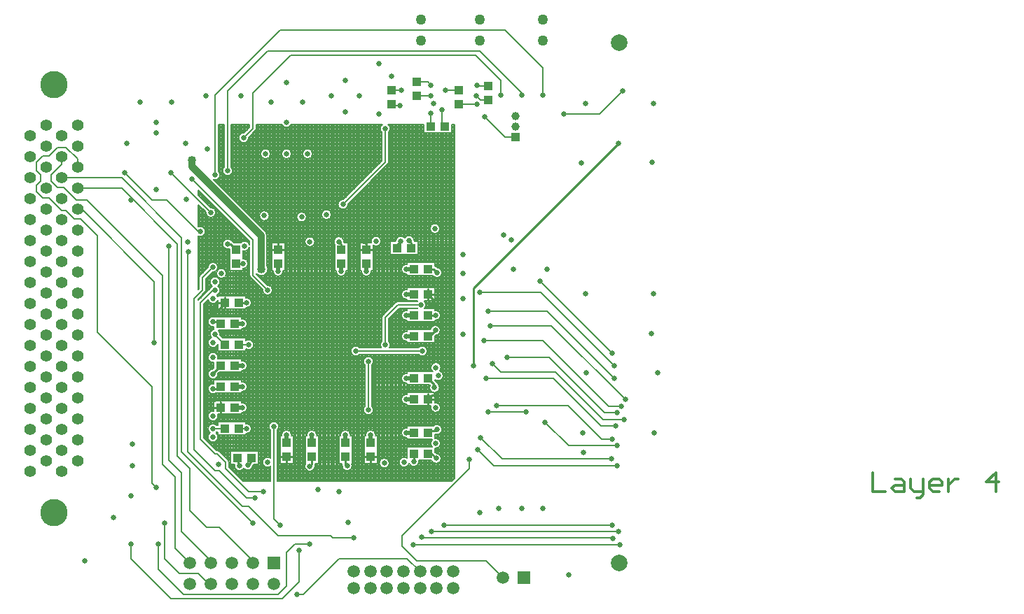
<source format=gbl>
%FSLAX24Y24*%
%MOIN*%
G70*
G01*
G75*
G04 Layer_Physical_Order=4*
%ADD10C,0.0080*%
%ADD11R,0.0866X0.0787*%
%ADD12R,0.0728X0.0118*%
%ADD13R,0.0118X0.0728*%
%ADD14R,0.0866X0.0157*%
%ADD15R,0.0866X0.0157*%
%ADD16R,0.0300X0.0600*%
%ADD17R,0.1000X0.1400*%
%ADD18R,0.0945X0.1024*%
%ADD19R,0.0787X0.0197*%
%ADD20R,0.1811X0.1772*%
%ADD21R,0.0394X0.0433*%
%ADD22R,0.0433X0.0394*%
%ADD23R,0.0571X0.0118*%
%ADD24C,0.0100*%
%ADD25C,0.0900*%
%ADD26C,0.0200*%
%ADD27C,0.0160*%
%ADD28C,0.0110*%
%ADD29C,0.0320*%
%ADD30C,0.0120*%
%ADD31C,0.1300*%
%ADD32C,0.0550*%
%ADD33C,0.0394*%
%ADD34R,0.0394X0.0394*%
%ADD35C,0.0787*%
%ADD36C,0.0591*%
%ADD37C,0.0500*%
%ADD38R,0.0591X0.0591*%
%ADD39C,0.0250*%
%ADD40C,0.0400*%
D10*
X31013Y37713D02*
G03*
X30900Y37760I-113J-113D01*
G01*
X31013Y37713D02*
G03*
X30900Y37760I-113J-113D01*
G01*
X30945Y38400D02*
G03*
X30930Y38483I-245J0D01*
G01*
X30558Y38600D02*
G03*
X30945Y38400I142J-200D01*
G01*
X30929Y38488D02*
G03*
X30842Y38600I-229J-88D01*
G01*
X30886Y38960D02*
G03*
X30558Y38600I-186J-160D01*
G01*
X30842D02*
G03*
X30886Y38640I-142J200D01*
G01*
X30729Y39643D02*
G03*
X30945Y39400I-29J-243D01*
G01*
X31460Y37200D02*
G03*
X31413Y37313I-160J0D01*
G01*
X31460Y37200D02*
G03*
X31413Y37313I-160J0D01*
G01*
X30945Y39400D02*
G03*
X30930Y39483I-245J0D01*
G01*
X30729Y40943D02*
G03*
X30814Y40483I-29J-243D01*
G01*
X30668Y41643D02*
G03*
X30945Y41400I32J-243D01*
G01*
Y42200D02*
G03*
X30729Y41957I-245J0D01*
G01*
X30622Y43132D02*
G03*
X30929Y42812I78J-232D01*
G01*
X30729Y43534D02*
G03*
X30622Y43132I71J-234D01*
G01*
X30814Y44117D02*
G03*
X30729Y43657I-114J-217D01*
G01*
X30945Y41400D02*
G03*
X30942Y41437I-245J0D01*
G01*
X30930Y42117D02*
G03*
X30945Y42200I-230J83D01*
G01*
X31045Y43300D02*
G03*
X30963Y43483I-245J0D01*
G01*
X31040Y43251D02*
G03*
X31045Y43300I-240J49D01*
G01*
X31724Y37083D02*
G03*
X32170Y36902I240J-48D01*
G01*
G03*
X32603Y37058I188J157D01*
G01*
X32271Y38557D02*
G03*
X32545Y38800I29J243D01*
G01*
G03*
X32271Y39043I-245J0D01*
G01*
X33440Y37401D02*
G03*
X33440Y36999I-140J-201D01*
G01*
X33845Y38900D02*
G03*
X33440Y38714I-245J0D01*
G01*
X33760D02*
G03*
X33845Y38900I-160J186D01*
G01*
X34445Y38500D02*
G03*
X33957Y38471I-245J0D01*
G01*
X32071Y39557D02*
G03*
X32345Y39800I29J243D01*
G01*
G03*
X32071Y40043I-245J0D01*
G01*
Y40557D02*
G03*
X32345Y40800I29J243D01*
G01*
G03*
X32071Y41043I-245J0D01*
G01*
Y41557D02*
G03*
X32345Y41800I29J243D01*
G01*
G03*
X32071Y42043I-245J0D01*
G01*
Y43557D02*
G03*
X32345Y43800I29J243D01*
G01*
G03*
X32071Y44043I-245J0D01*
G01*
X32271Y42592D02*
G03*
X32645Y42800I129J208D01*
G01*
G03*
X32271Y43008I-245J0D01*
G01*
X30313Y45287D02*
G03*
X30360Y45400I-113J113D01*
G01*
X30313Y45287D02*
G03*
X30360Y45400I-113J113D01*
G01*
X30087Y46113D02*
G03*
X30040Y46000I113J-113D01*
G01*
X30087Y46113D02*
G03*
X30040Y46000I113J-113D01*
G01*
X30000Y47976D02*
G03*
X30345Y48200I100J224D01*
G01*
X30463Y44937D02*
G03*
X30929Y44912I237J63D01*
G01*
Y45088D02*
G03*
X30878Y45168I-229J-88D01*
G01*
G03*
X31045Y45400I-78J232D01*
G01*
X30658Y45600D02*
G03*
X30579Y45505I142J-200D01*
G01*
X31045Y45400D02*
G03*
X30942Y45600I-245J0D01*
G01*
X31045Y45800D02*
G03*
X30658Y45600I-245J0D01*
G01*
X30942D02*
G03*
X31045Y45800I-142J200D01*
G01*
X30682Y46256D02*
G03*
X30945Y46500I18J244D01*
G01*
G03*
X30456Y46482I-245J0D01*
G01*
X31345Y46200D02*
G03*
X31345Y46200I-245J0D01*
G01*
X31583Y47763D02*
G03*
X31483Y47370I-183J-163D01*
G01*
X31655Y47720D02*
G03*
X31583Y47763I-120J-120D01*
G01*
X31655Y47720D02*
G03*
X31583Y47763I-120J-120D01*
G01*
X30345Y48200D02*
G03*
X30002Y48424I-245J0D01*
G01*
X30356Y49118D02*
G03*
X30845Y49100I244J-18D01*
G01*
G03*
X30582Y49344I-245J0D01*
G01*
X30731Y50665D02*
G03*
X31045Y50900I69J235D01*
G01*
G03*
X30960Y51086I-245J0D01*
G01*
X31240Y51286D02*
G03*
X31645Y51100I160J-186D01*
G01*
G03*
X31560Y51286I-245J0D01*
G01*
X32271Y44557D02*
G03*
X32545Y44800I29J243D01*
G01*
G03*
X32271Y45043I-245J0D01*
G01*
X32440Y46100D02*
G03*
X32487Y45987I160J0D01*
G01*
X32440Y46100D02*
G03*
X32487Y45987I160J0D01*
G01*
X32117Y46421D02*
G03*
X32380Y46665I18J244D01*
G01*
G03*
X32117Y46910I-245J0D01*
G01*
X32440Y47549D02*
G03*
X32025Y47671I-240J-49D01*
G01*
X32117Y47270D02*
G03*
X32440Y47451I83J230D01*
G01*
X33056Y45418D02*
G03*
X33545Y45400I244J-18D01*
G01*
G03*
X33282Y45644I-245J0D01*
G01*
X32760Y46188D02*
G03*
X33320Y46400I240J212D01*
G01*
G03*
X33280Y46555I-320J0D01*
G01*
X33557Y46329D02*
G03*
X34045Y46300I243J-29D01*
G01*
X32179Y52906D02*
G03*
X32406Y52661I-18J-244D01*
G01*
X33280Y48000D02*
G03*
X33198Y48198I-280J0D01*
G01*
X33280Y48000D02*
G03*
X33198Y48198I-280J0D01*
G01*
X33391Y48946D02*
G03*
X33391Y48946I-245J0D01*
G01*
X32713Y52987D02*
G03*
X32760Y53100I-113J113D01*
G01*
X33445Y51900D02*
G03*
X33445Y51900I-245J0D01*
G01*
X32713Y52987D02*
G03*
X32760Y53100I-113J113D01*
G01*
X34445Y51900D02*
G03*
X34445Y51900I-245J0D01*
G01*
X33976Y53300D02*
G03*
X34424Y53300I224J100D01*
G01*
X35096Y37129D02*
G03*
X35556Y37011I215J-118D01*
G01*
X36839Y37045D02*
G03*
X37328Y37017I243J-27D01*
G01*
X35555Y37031D02*
G03*
X35570Y37100I-155J69D01*
G01*
X35555Y37031D02*
G03*
X35570Y37100I-155J69D01*
G01*
X36830D02*
G03*
X36839Y37045I170J0D01*
G01*
X36830Y37100D02*
G03*
X36839Y37045I170J0D01*
G01*
X37328Y37017D02*
G03*
X37301Y37129I-245J0D01*
G01*
X39099Y37154D02*
G03*
X39099Y37154I-245J0D01*
G01*
X35645Y38500D02*
G03*
X35157Y38471I-245J0D01*
G01*
X37245Y38500D02*
G03*
X36757Y38471I-245J0D01*
G01*
X37940Y39886D02*
G03*
X38345Y39700I160J-186D01*
G01*
Y42000D02*
G03*
X37940Y41814I-245J0D01*
G01*
X37686Y42660D02*
G03*
X37686Y42340I-186J-160D01*
G01*
X38445Y38500D02*
G03*
X37957Y38471I-245J0D01*
G01*
X38345Y39700D02*
G03*
X38260Y39886I-245J0D01*
G01*
Y41814D02*
G03*
X38345Y42000I-160J186D01*
G01*
X38740Y42986D02*
G03*
X38699Y42660I160J-186D01*
G01*
X39101D02*
G03*
X39145Y42800I-201J140D01*
G01*
X39929Y37408D02*
G03*
X40038Y37143I-129J-208D01*
G01*
G03*
X40510Y37235I227J92D01*
G01*
G03*
X40505Y37283I-245J0D01*
G01*
X39929Y38843D02*
G03*
X39929Y38357I-29J-243D01*
G01*
X41095Y37283D02*
G03*
X41565Y37380I225J97D01*
G01*
X41271Y37857D02*
G03*
X41545Y38100I29J243D01*
G01*
X41565Y37380D02*
G03*
X41315Y37625I-245J0D01*
G01*
X41137Y38283D02*
G03*
X41137Y37917I163J-183D01*
G01*
X41545Y38100D02*
G03*
X41271Y38343I-245J0D01*
G01*
X41603Y38758D02*
G03*
X41172Y38917I-245J0D01*
G01*
X41271Y38529D02*
G03*
X41603Y38758I87J229D01*
G01*
X39929Y40443D02*
G03*
X39929Y39957I-29J-243D01*
G01*
Y41443D02*
G03*
X39929Y40957I-29J-243D01*
G01*
X40473Y42340D02*
G03*
X40904Y42500I186J160D01*
G01*
G03*
X40473Y42660I-245J0D01*
G01*
X41184Y40517D02*
G03*
X41271Y40510I62J237D01*
G01*
X41070Y39883D02*
G03*
X41545Y39800I230J-83D01*
G01*
G03*
X41271Y40043I-245J0D01*
G01*
X41028Y40866D02*
G03*
X41184Y40517I218J-112D01*
G01*
X41271Y40510D02*
G03*
X41491Y40754I-25J244D01*
G01*
G03*
X41409Y40937I-245J0D01*
G01*
X41556Y41711D02*
G03*
X41162Y41517I-245J0D01*
G01*
X41409Y40937D02*
G03*
X41366Y41009I-163J-48D01*
G01*
X41409Y40937D02*
G03*
X41366Y41009I-163J-48D01*
G01*
X41495Y41550D02*
G03*
X41556Y41711I-184J161D01*
G01*
X41271Y41121D02*
G03*
X41662Y41317I146J197D01*
G01*
G03*
X41495Y41550I-245J0D01*
G01*
X36557Y46329D02*
G03*
X37045Y46300I243J-29D01*
G01*
X37757Y46329D02*
G03*
X38245Y46300I243J-29D01*
G01*
X36954Y47671D02*
G03*
X36934Y47705I-154J-71D01*
G01*
X36954Y47671D02*
G03*
X36934Y47705I-154J-71D01*
G01*
X39145Y42800D02*
G03*
X39060Y42986I-245J0D01*
G01*
X38787Y44213D02*
G03*
X38740Y44100I113J-113D01*
G01*
X38787Y44213D02*
G03*
X38740Y44100I113J-113D01*
G01*
X39929Y43443D02*
G03*
X39929Y42957I-29J-243D01*
G01*
Y44443D02*
G03*
X39929Y43957I-29J-243D01*
G01*
X39500Y44860D02*
G03*
X39387Y44813I0J-160D01*
G01*
X39500Y44860D02*
G03*
X39387Y44813I0J-160D01*
G01*
X39929Y45443D02*
G03*
X39929Y44957I-29J-243D01*
G01*
X35556Y47711D02*
G03*
X35556Y47711I-245J0D01*
G01*
X35162Y48883D02*
G03*
X35162Y48883I-245J0D01*
G01*
X36934Y47711D02*
G03*
X36483Y47578I-245J0D01*
G01*
X36345Y49000D02*
G03*
X36345Y49000I-245J0D01*
G01*
X35445Y51900D02*
G03*
X35445Y51900I-245J0D01*
G01*
X36904Y49730D02*
G03*
X37131Y49486I-18J-244D01*
G01*
X38317Y47541D02*
G03*
X38706Y47739I144J198D01*
G01*
G03*
X38225Y47671I-245J0D01*
G01*
X39830Y47898D02*
G03*
X39397Y47737I-188J-157D01*
G01*
X39013Y51387D02*
G03*
X39060Y51500I-113J113D01*
G01*
X39013Y51387D02*
G03*
X39060Y51500I-113J113D01*
G01*
Y52914D02*
G03*
X39145Y53100I-160J186D01*
G01*
X38758Y53300D02*
G03*
X38740Y52914I142J-200D01*
G01*
X39145Y53100D02*
G03*
X39042Y53300I-245J0D01*
G01*
X40414Y44540D02*
G03*
X40437Y44517I186J160D01*
G01*
Y44883D02*
G03*
X40414Y44860I163J-183D01*
G01*
X40763Y44517D02*
G03*
X40845Y44700I-163J183D01*
G01*
G03*
X40763Y44883I-245J0D01*
G01*
X41528Y43483D02*
G03*
X41040Y43517I-245J0D01*
G01*
X41278Y43238D02*
G03*
X41528Y43483I5J245D01*
G01*
X41271Y43957D02*
G03*
X41545Y44200I29J243D01*
G01*
G03*
X41271Y44443I-245J0D01*
G01*
X41320Y46520D02*
G03*
X41271Y46554I-120J-120D01*
G01*
X41172Y46083D02*
G03*
X41606Y46239I189J155D01*
G01*
G03*
X41357Y46484I-245J0D01*
G01*
X39929Y46643D02*
G03*
X39929Y46157I-29J-243D01*
G01*
X40280Y47765D02*
G03*
X39830Y47898I-245J0D01*
G01*
X41320Y46520D02*
G03*
X41271Y46554I-120J-120D01*
G01*
X40297Y47717D02*
G03*
X40280Y47753I-162J-52D01*
G01*
X40297Y47717D02*
G03*
X40280Y47753I-162J-52D01*
G01*
X41510Y48335D02*
G03*
X41510Y48335I-245J0D01*
G01*
X28700Y51000D02*
X30600Y49100D01*
X37500Y42500D02*
X40659D01*
X32600Y46100D02*
X33300Y45400D01*
X29700Y50700D02*
X32600Y47800D01*
Y46100D02*
Y47800D01*
X29500Y37700D02*
X32100Y35100D01*
X31000Y36800D02*
X32300Y35500D01*
X30200Y45400D02*
Y46000D01*
X29800Y45000D02*
X30200Y45400D01*
X29800Y37800D02*
Y45000D01*
Y37800D02*
X30800Y36800D01*
X31000D01*
X30100Y44800D02*
X30700Y45400D01*
X39700Y33700D02*
X42900Y36900D01*
X43700Y32500D02*
X44500Y31700D01*
X42900Y36900D02*
Y37323D01*
X44449Y37351D02*
X49649D01*
X43435Y38365D02*
X44449Y37351D01*
X44064Y37036D02*
X49936D01*
X43300Y37800D02*
X44064Y37036D01*
X39700Y33200D02*
Y33700D01*
Y33200D02*
X40400Y32500D01*
X43700D01*
X26350Y50750D02*
X29200Y47900D01*
X33800Y30900D02*
X34200Y31300D01*
X29300Y30900D02*
X33800D01*
X28100Y32100D02*
X29300Y30900D01*
X26800Y32600D02*
X28700Y30700D01*
X34800Y31500D02*
Y33000D01*
X26800Y32600D02*
Y33300D01*
X34000Y30700D02*
X34800Y31500D01*
X28700Y30700D02*
X34000D01*
X36700Y32600D02*
X39937D01*
X23500Y50750D02*
X26350D01*
X29200Y37700D02*
X32600Y34300D01*
X29200Y37700D02*
Y47900D01*
X23700Y52200D02*
X24250Y51650D01*
X23300Y52200D02*
X23700D01*
X22900Y51800D02*
X23300Y52200D01*
X22600Y51800D02*
X22900D01*
X22300Y51500D02*
X22600Y51800D01*
X22300Y51100D02*
Y51500D01*
Y51100D02*
X22500Y50900D01*
Y50600D02*
Y50900D01*
X22300Y50400D02*
X22500Y50600D01*
X22300Y50100D02*
Y50400D01*
Y50100D02*
X22600Y49800D01*
X22900D01*
X23500Y49200D01*
X23700D01*
X24100Y48800D01*
X24400D01*
X25200Y48000D01*
Y43400D02*
Y48000D01*
Y43400D02*
X27800Y40800D01*
X32600Y32400D02*
Y32500D01*
X24250Y50250D02*
X26350D01*
X29000Y47600D01*
Y37500D02*
Y47600D01*
Y37500D02*
X29600Y36900D01*
Y34900D02*
Y36900D01*
Y34900D02*
X30400Y34100D01*
X31000D01*
X32600Y32500D01*
X30600Y32400D02*
Y32500D01*
X28600Y37300D02*
X29200Y36700D01*
Y33900D02*
Y36700D01*
Y33900D02*
X30600Y32500D01*
X28900Y33100D02*
X29600Y32400D01*
X23500Y51400D02*
Y51750D01*
X23000Y50900D02*
X23500Y51400D01*
X23000Y50600D02*
Y50900D01*
Y50600D02*
X23300Y50300D01*
X23600D01*
X24200Y49700D01*
X24700D01*
X28300Y46100D01*
Y37100D02*
Y46100D01*
Y37100D02*
X28900Y36500D01*
Y33100D02*
Y36500D01*
X24450Y49250D02*
X27900Y45800D01*
Y42900D02*
Y45800D01*
X28400Y32600D02*
Y34300D01*
X30500Y31400D02*
X30600D01*
X28400Y32600D02*
X29100Y31900D01*
X30000D01*
X30500Y31400D01*
X47635Y31835D02*
X47700Y31900D01*
X24250Y49250D02*
X24450D01*
X46400Y54700D02*
Y56000D01*
X30800Y50900D02*
Y54700D01*
X44600Y57800D02*
X46400Y56000D01*
X33900Y57800D02*
X44600D01*
X30800Y54700D02*
X33900Y57800D01*
X33300Y56800D02*
X43400D01*
X45400Y54700D02*
Y54800D01*
X31400Y54900D02*
X33300Y56800D01*
X31400Y51100D02*
Y54900D01*
X44400Y54700D02*
Y55400D01*
X32600Y54800D02*
X34400Y56600D01*
X32161Y52661D02*
X32600Y53100D01*
X34400Y56600D02*
X43200D01*
X32600Y53100D02*
Y54800D01*
X43400Y56800D02*
X45400Y54800D01*
X43200Y56600D02*
X44400Y55400D01*
X44600Y52700D02*
X45100D01*
X43625Y53675D02*
X44600Y52700D01*
X41065Y54665D02*
X41075Y54675D01*
X40400Y54665D02*
X41065D01*
X39100Y54200D02*
X39600D01*
X38900Y51500D02*
Y53100D01*
X36886Y49486D02*
X38900Y51500D01*
X39665Y54935D02*
X39675Y54925D01*
X39200Y54935D02*
X39665D01*
X40915Y55335D02*
X41075Y55175D01*
X40400Y55335D02*
X40915D01*
X41065Y53200D02*
Y53835D01*
X41600Y53335D02*
X41735Y53200D01*
X41600Y53335D02*
Y54000D01*
X41775Y54925D02*
X42424D01*
X42400Y54265D02*
X43265D01*
X43435Y54465D02*
X43800D01*
X43225Y54675D02*
X43435Y54465D01*
X43315Y55135D02*
X43800D01*
X43275Y55175D02*
X43315Y55135D01*
X49100Y53800D02*
X50210Y54910D01*
X47400Y53800D02*
X49100D01*
X43800Y44400D02*
X46600D01*
X49800Y41200D01*
X48400Y45200D02*
X48425Y45225D01*
X43600Y43000D02*
X46400D01*
X49529Y39871D02*
X50129D01*
X46400Y43000D02*
X49529Y39871D01*
X44700Y42200D02*
X46700D01*
X49344Y39556D02*
X49944D01*
X46700Y42200D02*
X49344Y39556D01*
X49259Y39241D02*
X50259D01*
X44400Y41500D02*
X47000D01*
X49259Y39241D01*
X44000Y41900D02*
X44400Y41500D01*
X43700Y41200D02*
X46900D01*
X49174Y38926D02*
X49874D01*
X46900Y41200D02*
X49174Y38926D01*
X46255Y45845D02*
X49700Y42400D01*
X46300Y45300D02*
X49800Y41800D01*
X43400Y45300D02*
X46300D01*
X46800Y43700D02*
X50314Y40186D01*
X43900Y43700D02*
X46800D01*
X49204Y38296D02*
X49704D01*
X44200Y39900D02*
X47600D01*
X49204Y38296D01*
X47619Y37981D02*
X49919D01*
X46500Y39100D02*
X47619Y37981D01*
X43800Y39600D02*
X45600D01*
X51689Y38611D02*
X51700Y38600D01*
X48300Y37700D02*
X48334Y37666D01*
X41698Y34202D02*
X49702D01*
X41100Y33900D02*
X50000D01*
X50013Y33887D01*
X40243Y33257D02*
X50057D01*
X27800Y36200D02*
X28000Y36000D01*
X24250Y51250D02*
Y51650D01*
X27800Y36200D02*
Y40800D01*
X28100Y32100D02*
Y33300D01*
X34200Y31300D02*
Y32900D01*
X34600Y33300D01*
X35300D01*
X36300Y33700D02*
X36400Y33600D01*
X33800Y33700D02*
X36300D01*
X32100Y35100D02*
X32400D01*
X33800Y33700D01*
X30200Y46000D02*
X30700Y46500D01*
X32300Y35500D02*
X32700D01*
X29500Y47200D02*
X29523Y47223D01*
X36400Y33600D02*
X37400D01*
X29500Y37700D02*
Y47200D01*
X27800Y49700D02*
X28500D01*
X26500Y51000D02*
X27800Y49700D01*
X28600Y37300D02*
Y47500D01*
X28500Y49700D02*
X30000Y48200D01*
X38900Y44100D02*
X39500Y44700D01*
X33600Y34500D02*
Y38900D01*
Y34500D02*
X33900Y34200D01*
X38100Y39700D02*
Y42000D01*
X38900Y42800D02*
Y44100D01*
X39500Y44700D02*
X40600D01*
X38854Y37154D02*
X38900Y37200D01*
X30800Y37600D02*
X30900D01*
X30100Y38300D02*
X30800Y37600D01*
X30700Y45400D02*
X30800D01*
X31300Y36900D02*
X32400Y35800D01*
X31300Y36900D02*
Y37200D01*
X30900Y37600D02*
X31300Y37200D01*
X32400Y35800D02*
X33100D01*
X30100Y38300D02*
Y44800D01*
X30642Y38758D02*
X30683Y38800D01*
X31065D01*
X31935D02*
X32300D01*
X31000Y40200D02*
X31065Y40135D01*
X30800Y40200D02*
X31000D01*
X31065Y39800D02*
Y40135D01*
X30800Y43265D02*
Y43300D01*
Y43265D02*
X31265Y42800D01*
X31935D02*
X32400D01*
X30386Y38240D02*
X30514D01*
X30466Y38160D02*
X30651D01*
X30260Y38400D02*
X30455D01*
X30306Y38320D02*
X30468D01*
X30640Y37986D02*
Y38162D01*
X30720Y37906D02*
Y38156D01*
X30480Y38146D02*
Y38292D01*
X30560Y38066D02*
Y38199D01*
X30260Y38480D02*
X30468D01*
X30260Y38560D02*
X30514D01*
X30260Y38720D02*
X30468D01*
X30260Y38640D02*
X30514D01*
X30260Y38800D02*
X30455D01*
X30480Y38508D02*
Y38692D01*
X30260Y38880D02*
X30468D01*
X30260Y38960D02*
X30514D01*
X30480Y38908D02*
Y39292D01*
X30260Y38366D02*
X30866Y37760D01*
X30900D01*
X30800Y37826D02*
Y38176D01*
X30866Y37760D02*
X30900D01*
X30880D02*
Y38234D01*
X30886Y38560D02*
X30929D01*
X30880Y38566D02*
Y38634D01*
X30886Y38640D02*
X30929D01*
X30886D02*
X30929D01*
X30886Y38960D02*
X30929D01*
X30886D02*
X30929D01*
X30260Y39200D02*
X30558D01*
X30260Y39040D02*
X30651D01*
X30260Y39360D02*
X30458D01*
X30260Y39280D02*
X30486D01*
X30560Y39001D02*
Y39199D01*
X30640Y39038D02*
Y39162D01*
X30260Y39440D02*
X30458D01*
X30260Y39520D02*
X30486D01*
X30260Y39600D02*
X30558D01*
X30260Y40480D02*
X30592D01*
X30260Y40640D02*
X30462D01*
X30260Y40560D02*
X30499D01*
X30480Y39508D02*
Y40592D01*
X30560Y39601D02*
Y40499D01*
X30260Y40720D02*
X30456D01*
X30640Y39638D02*
Y40462D01*
X30260Y40800D02*
X30476D01*
X30260Y39680D02*
X30729D01*
X30260Y39760D02*
X30729D01*
X30260Y39840D02*
X30729D01*
X30800Y39024D02*
Y39176D01*
X30880Y38966D02*
Y39234D01*
X30720Y39044D02*
Y39156D01*
X30749Y39040D02*
X30929D01*
X30729Y39643D02*
Y40117D01*
X30260Y39920D02*
X30729D01*
X30260Y40000D02*
X30729D01*
X30260Y40080D02*
X30729D01*
X30720Y39644D02*
Y40456D01*
X30729Y40117D02*
X31398D01*
X30800D02*
Y40476D01*
X30880Y40117D02*
Y40483D01*
X30814D02*
X31398D01*
X31366Y37360D02*
X31529D01*
X31286Y37440D02*
X31529D01*
X31460Y36966D02*
Y37200D01*
Y37120D02*
X31529D01*
X31460Y37200D02*
X31529D01*
X31439Y37280D02*
X31529D01*
X31200Y37526D02*
Y38483D01*
X31013Y37713D02*
X31413Y37313D01*
X31040Y37686D02*
Y38483D01*
X31120Y37606D02*
Y38483D01*
X31520Y36906D02*
Y38483D01*
X31529Y37083D02*
Y37717D01*
X31280Y37446D02*
Y38483D01*
X31360Y37366D02*
Y38483D01*
X31440Y37277D02*
Y38483D01*
X31546Y36880D02*
X31775D01*
X31626Y36800D02*
X31897D01*
X31466Y36960D02*
X31731D01*
X31460Y37040D02*
X31720D01*
X31920Y36506D02*
Y36795D01*
X32000Y36426D02*
Y36793D01*
X31600Y36826D02*
Y37083D01*
X31840Y36586D02*
Y36824D01*
X31760Y36666D02*
Y36901D01*
X31206Y37520D02*
X31529D01*
Y37083D02*
X31724D01*
X31126Y37600D02*
X31529D01*
X31046Y37680D02*
X31529D01*
X31680Y36746D02*
Y37083D01*
Y37717D02*
Y38483D01*
X31760Y37717D02*
Y38483D01*
X31840Y37717D02*
Y38483D01*
X31920Y37717D02*
Y38483D01*
X30929Y38488D02*
Y38640D01*
X30960Y37748D02*
Y38483D01*
X30929Y38960D02*
Y39117D01*
X30960D02*
Y39483D01*
X31040Y39117D02*
Y39483D01*
X31120Y39117D02*
Y39483D01*
X31200Y39117D02*
Y39483D01*
X31280Y39117D02*
Y39483D01*
X30960Y40117D02*
Y40483D01*
X31040Y40117D02*
Y40483D01*
X31120Y40117D02*
Y40483D01*
X31360Y39117D02*
Y39483D01*
X31200Y40117D02*
Y40483D01*
X31280Y40117D02*
Y40483D01*
X31360Y40117D02*
Y40483D01*
X30930Y38483D02*
X31598D01*
X30929Y39117D02*
X31598D01*
X30930Y39483D02*
X31398D01*
X31440Y39117D02*
Y39483D01*
X31520Y39117D02*
Y39483D01*
X32000Y37717D02*
Y38483D01*
X31680Y39117D02*
Y39483D01*
X31760Y39117D02*
Y39483D01*
X31840Y39117D02*
Y39483D01*
X31440Y40117D02*
Y40483D01*
X31520Y40117D02*
Y40483D01*
X31600Y40117D02*
Y40483D01*
X31680Y40117D02*
Y40483D01*
X31920Y39117D02*
Y39483D01*
X32000Y39117D02*
Y39483D01*
X31760Y40117D02*
Y40483D01*
X31840Y40117D02*
Y40483D01*
X31920Y40117D02*
Y40483D01*
X30260Y40880D02*
X30534D01*
X30260Y41200D02*
X30558D01*
X30260Y41360D02*
X30458D01*
X30260Y41280D02*
X30486D01*
X30480Y40808D02*
Y41292D01*
X30560Y40901D02*
Y41199D01*
X30260Y41440D02*
X30458D01*
X30260Y41520D02*
X30486D01*
X30260Y42080D02*
X30486D01*
X30260Y41600D02*
X30558D01*
X30260Y42160D02*
X30458D01*
X30260Y42240D02*
X30458D01*
X30320Y38306D02*
Y44794D01*
X30400Y38226D02*
Y44874D01*
X30260Y38366D02*
Y44734D01*
X30560Y41601D02*
Y41999D01*
X30480Y41508D02*
Y42092D01*
X30260Y40960D02*
X30729D01*
X30260Y41040D02*
X30729D01*
X30640Y40938D02*
Y41162D01*
X30729Y40943D02*
Y41117D01*
X30720Y40944D02*
Y41156D01*
X30729Y41117D02*
X31398D01*
X30668Y41643D02*
X30729Y41704D01*
X30260Y41680D02*
X30705D01*
X30260Y41760D02*
X30729D01*
X30260Y41840D02*
X30729D01*
X30260Y41920D02*
X30729D01*
X30640Y41638D02*
Y41962D01*
X30729Y41704D02*
Y41957D01*
X30260Y42000D02*
X30558D01*
X30720Y41695D02*
Y41956D01*
X30260Y42320D02*
X30486D01*
X30260Y42400D02*
X30558D01*
X30260Y42800D02*
X30476D01*
X30260Y42720D02*
X30534D01*
X30480Y42308D02*
Y42792D01*
X30560Y42401D02*
Y42699D01*
X30260Y42880D02*
X30456D01*
X30260Y42960D02*
X30462D01*
X30260Y43040D02*
X30499D01*
X30260Y43760D02*
X30499D01*
X30260Y43280D02*
X30556D01*
X30260Y43840D02*
X30462D01*
X30260Y43920D02*
X30456D01*
X30480Y43008D02*
Y43792D01*
X30560Y43101D02*
Y43251D01*
X30260Y44000D02*
X30476D01*
X30560Y43349D02*
Y43699D01*
X30480Y44008D02*
Y44892D01*
X30260Y42560D02*
X30929D01*
X30260Y42640D02*
X30929D01*
X30260Y43120D02*
X30592D01*
X30260Y43200D02*
X30576D01*
X30640Y42438D02*
Y42662D01*
X30720Y42444D02*
Y42656D01*
X30260Y43360D02*
X30562D01*
X30260Y43440D02*
X30599D01*
X30260Y43520D02*
X30692D01*
X30260Y43600D02*
X30729D01*
X30260Y44080D02*
X30534D01*
X30260Y43680D02*
X30592D01*
X30640Y43486D02*
Y43662D01*
X30560Y44101D02*
Y44799D01*
X30640Y44138D02*
Y44762D01*
X30800Y41117D02*
Y41176D01*
X30880Y41117D02*
Y41234D01*
X30960Y41117D02*
Y41454D01*
X31040Y41117D02*
Y41483D01*
X31120Y41117D02*
Y41483D01*
X30942Y41437D02*
X30989Y41483D01*
X31200Y41117D02*
Y41483D01*
X30960Y42117D02*
Y42483D01*
X30800Y42424D02*
Y42676D01*
X30880Y42366D02*
Y42734D01*
X31040Y42117D02*
Y42483D01*
X31280Y41117D02*
Y41483D01*
X31120Y42117D02*
Y42483D01*
X31200Y42117D02*
Y42483D01*
X31280Y42117D02*
Y42483D01*
X31360Y41117D02*
Y41483D01*
X31440Y41117D02*
Y41483D01*
X30989D02*
X31398D01*
X31520Y41117D02*
Y41483D01*
X31600Y41117D02*
Y41483D01*
X31680Y41117D02*
Y41483D01*
X31760Y41117D02*
Y41483D01*
X31840Y41117D02*
Y41483D01*
X31920Y41117D02*
Y41483D01*
X31360Y42117D02*
Y42483D01*
X30930Y42117D02*
X31398D01*
X31440D02*
Y42483D01*
X30929D02*
X31598D01*
X31520Y42117D02*
Y42483D01*
X31680Y42117D02*
Y42483D01*
X31760Y42117D02*
Y42483D01*
X31840Y42117D02*
Y42483D01*
X31920Y42117D02*
Y42483D01*
X30929D02*
Y42812D01*
X30866Y42720D02*
X30929D01*
X31040Y43251D02*
X31175Y43117D01*
X31200D02*
Y43483D01*
X31280Y43117D02*
Y43483D01*
X31040Y43349D02*
Y43483D01*
X31120Y43172D02*
Y43483D01*
X30729Y43534D02*
Y43657D01*
X30720Y43532D02*
Y43656D01*
Y44144D02*
Y44756D01*
X30800Y44124D02*
Y44776D01*
X30880Y44117D02*
Y44834D01*
X30960Y44117D02*
Y44483D01*
X31040Y44117D02*
Y44483D01*
X31120Y44117D02*
Y44483D01*
X31200Y44117D02*
Y44483D01*
X31360Y43117D02*
Y43483D01*
X31175Y43117D02*
X31598D01*
X30963Y43483D02*
X31398D01*
X31440Y43117D02*
Y43483D01*
X31520Y43117D02*
Y43483D01*
X31680Y43117D02*
Y43483D01*
X31760Y43117D02*
Y43483D01*
X31840Y43117D02*
Y43483D01*
X31920Y43117D02*
Y43483D01*
X31280Y44117D02*
Y44483D01*
X30814Y44117D02*
X31398D01*
X31360D02*
Y44483D01*
X31440Y44117D02*
Y44483D01*
X31520Y44117D02*
Y44483D01*
X31680Y44117D02*
Y44483D01*
X31760Y44117D02*
Y44483D01*
X31840Y44117D02*
Y44483D01*
X31920Y44117D02*
Y44483D01*
X32160Y36300D02*
Y36888D01*
X32240Y36300D02*
Y36844D01*
X32080Y36346D02*
Y36819D01*
X32154Y36880D02*
X32190D01*
X32320Y36300D02*
Y36816D01*
X32400Y36300D02*
Y36817D01*
X32480Y36300D02*
Y36846D01*
X32560Y36300D02*
Y36919D01*
X31460Y36966D02*
X32126Y36300D01*
X32080Y37717D02*
Y38483D01*
X31529Y37717D02*
X32198D01*
X32160D02*
Y38483D01*
X32240Y37717D02*
Y38483D01*
X32320Y37717D02*
Y38556D01*
X32400Y37717D02*
Y38576D01*
X32480Y37717D02*
Y38634D01*
X31946Y36480D02*
X33440D01*
X31866Y36560D02*
X33440D01*
X31786Y36640D02*
X33440D01*
X31706Y36720D02*
X33440D01*
X32126Y36300D02*
X33440D01*
X32106Y36320D02*
X33440D01*
X32026Y36400D02*
X33440D01*
X32032Y36800D02*
X33440D01*
X32526Y36880D02*
X33440D01*
X32583Y36960D02*
X33251D01*
X32202Y37717D02*
X32871D01*
X32603Y37040D02*
X33114D01*
X32640Y36300D02*
Y37083D01*
X32720Y36300D02*
Y37083D01*
X32800Y36300D02*
Y37083D01*
X32623D02*
X32871D01*
Y37120D02*
X33068D01*
X30900Y37760D02*
X33440D01*
X30786Y37840D02*
X33440D01*
X31602Y38483D02*
X32271D01*
Y38557D01*
X32545Y38800D02*
X33376D01*
X32532Y38880D02*
X33356D01*
X32486Y38960D02*
X33362D01*
X32080Y39117D02*
Y39556D01*
X31602Y39117D02*
X32271D01*
X31402Y39483D02*
X32071D01*
Y39557D01*
X32271Y39043D02*
Y39117D01*
X32349Y39040D02*
X33399D01*
X32160Y39117D02*
Y39562D01*
X32240Y39117D02*
Y39599D01*
X32320Y39044D02*
Y39692D01*
X30706Y37920D02*
X33440D01*
X30626Y38000D02*
X33440D01*
X30546Y38080D02*
X33440D01*
X30749Y38160D02*
X33440D01*
X30886Y38240D02*
X33440D01*
X30932Y38320D02*
X33440D01*
X30945Y38400D02*
X33440D01*
X30932Y38480D02*
X33440D01*
X32349Y38560D02*
X33440D01*
X30260Y39120D02*
X33492D01*
X30842Y39200D02*
X42200D01*
X30914Y39280D02*
X42200D01*
X30942Y39360D02*
X42200D01*
X32486Y38640D02*
X33440D01*
X32532Y38720D02*
X33434D01*
X32242Y39600D02*
X37876D01*
X30942Y39440D02*
X42200D01*
X32071Y39520D02*
X37934D01*
X33120Y36300D02*
Y37034D01*
X33200Y36300D02*
Y36976D01*
X32871Y37200D02*
X33055D01*
X33280Y36300D02*
Y36956D01*
X33360Y36300D02*
Y36962D01*
X33440Y36300D02*
Y36999D01*
Y36300D02*
Y36999D01*
X33349Y36960D02*
X33440D01*
X32871Y37083D02*
Y37717D01*
Y37280D02*
X33068D01*
X32871Y37360D02*
X33114D01*
X33760Y36300D02*
Y38714D01*
Y36300D02*
Y38714D01*
X33840Y36300D02*
Y38851D01*
X33760Y37200D02*
X33883D01*
Y37129D02*
Y37798D01*
X33760Y36300D02*
X42074D01*
X33760Y36320D02*
X42094D01*
X33760Y36400D02*
X42174D01*
X33760Y36480D02*
X42200D01*
X33760Y36560D02*
X42200D01*
X33760Y36640D02*
X42200D01*
X33760Y36880D02*
X35104D01*
X33760Y36720D02*
X42200D01*
X33760Y36800D02*
X35187D01*
X33760Y36960D02*
X35071D01*
X33760Y37040D02*
X35068D01*
X33760Y37280D02*
X33883D01*
X33760Y37120D02*
X35092D01*
X33920Y36300D02*
Y37129D01*
X34000Y36300D02*
Y37129D01*
X33760Y37360D02*
X33883D01*
X34080Y36300D02*
Y37129D01*
X33883D02*
X34517D01*
X32871Y37440D02*
X33251D01*
X32871Y37520D02*
X33440D01*
X32871Y37600D02*
X33440D01*
X32871Y37680D02*
X33440D01*
X33349Y37440D02*
X33440D01*
X33760D02*
X33883D01*
X33760Y37520D02*
X33883D01*
X33760Y37600D02*
X33883D01*
X33760Y37680D02*
X33883D01*
X33440Y37401D02*
Y38714D01*
Y37401D02*
Y38714D01*
X33360Y37438D02*
Y38851D01*
X33760Y37760D02*
X33883D01*
Y37802D02*
Y38471D01*
X33760Y37840D02*
X33883D01*
X33760Y37920D02*
X33883D01*
X33760Y38000D02*
X33883D01*
X33760Y38080D02*
X33883D01*
X33760Y38160D02*
X33883D01*
X33760Y38240D02*
X33883D01*
X33760Y38320D02*
X33883D01*
X33760Y38400D02*
X33883D01*
Y38471D02*
X33957D01*
X33760Y38480D02*
X33956D01*
X33760Y38560D02*
X33962D01*
X33760Y38640D02*
X33999D01*
X33766Y38720D02*
X34092D01*
X33708Y39120D02*
X42200D01*
X33824Y38800D02*
X39758D01*
X33844Y38880D02*
X39929D01*
X33838Y38960D02*
X41219D01*
X33801Y39040D02*
X42200D01*
X31402Y40117D02*
X32071D01*
X32000D02*
Y40483D01*
X31402D02*
X32071D01*
Y40043D02*
Y40117D01*
Y40483D02*
Y40557D01*
X32080Y40044D02*
Y40556D01*
X32071Y41043D02*
Y41117D01*
X31402D02*
X32071D01*
X32000D02*
Y41483D01*
X31402D02*
X32071D01*
X32080Y41044D02*
Y41556D01*
X32160Y40038D02*
Y40562D01*
X32071Y41483D02*
Y41557D01*
X32160Y41038D02*
Y41562D01*
X32071Y42043D02*
Y42117D01*
X30260Y40160D02*
X37940D01*
X30260Y40240D02*
X37940D01*
X30260Y40320D02*
X37940D01*
X30260Y40400D02*
X37940D01*
X32071Y40080D02*
X37940D01*
X30808Y40480D02*
X37940D01*
X32149Y40560D02*
X37940D01*
X30260Y41120D02*
X37940D01*
X30842Y41200D02*
X37940D01*
X30914Y41280D02*
X37940D01*
X30942Y41360D02*
X37940D01*
X32149Y41040D02*
X37940D01*
X30946Y41440D02*
X37940D01*
X32071Y41520D02*
X37940D01*
X31402Y42117D02*
X32071D01*
X31602Y42483D02*
X32271D01*
X31402Y43483D02*
X32071D01*
X31602Y43117D02*
X32271D01*
X32080Y42044D02*
Y42483D01*
X32160Y42038D02*
Y42483D01*
X32000Y42117D02*
Y42483D01*
Y43117D02*
Y43483D01*
X32071D02*
Y43557D01*
X32080Y43117D02*
Y43556D01*
X32000Y44117D02*
Y44483D01*
X31402Y44117D02*
X32071D01*
X32160Y43117D02*
Y43562D01*
X32071Y44043D02*
Y44117D01*
X32080Y44044D02*
Y44483D01*
X32160Y44038D02*
Y44483D01*
X30914Y42320D02*
X37334D01*
X30942Y42160D02*
X37914D01*
X30842Y42400D02*
X37276D01*
X30260Y42480D02*
X37256D01*
X32071Y42080D02*
X37868D01*
X30942Y42240D02*
X38051D01*
X31172Y43120D02*
X38740D01*
X31092Y43200D02*
X38740D01*
X31044Y43280D02*
X38740D01*
X30260Y44160D02*
X38752D01*
X30260Y44240D02*
X38814D01*
X30260Y44320D02*
X38894D01*
X30260Y44400D02*
X38974D01*
X31038Y43360D02*
X38740D01*
X31001Y43440D02*
X38740D01*
X32071Y43520D02*
X38740D01*
X32071Y44080D02*
X38740D01*
X30260Y44480D02*
X39054D01*
X32320Y39908D02*
Y40692D01*
X32400Y39024D02*
Y42555D01*
X32240Y40001D02*
Y40599D01*
X32320Y40908D02*
Y41692D01*
X32560Y37717D02*
Y42614D01*
X33200Y37424D02*
Y45176D01*
X32480Y38966D02*
Y42568D01*
X32640Y37717D02*
Y42751D01*
X32880Y36300D02*
Y45594D01*
X32960Y36300D02*
Y45514D01*
X32720Y37717D02*
Y45754D01*
X32800Y37717D02*
Y45674D01*
X33040Y36300D02*
Y45434D01*
X33120Y37366D02*
Y45234D01*
X33280Y37444D02*
Y45156D01*
X33360Y38949D02*
Y45162D01*
X33440Y39086D02*
Y45199D01*
X32314Y39680D02*
X37856D01*
X32314Y39920D02*
X37940D01*
X32242Y40000D02*
X37940D01*
X32286Y40640D02*
X37940D01*
X32342Y39760D02*
X37862D01*
X32342Y39840D02*
X37899D01*
X32332Y40720D02*
X37940D01*
X32345Y40800D02*
X37940D01*
X32332Y40880D02*
X37940D01*
X33520Y39132D02*
Y45292D01*
X33680Y39132D02*
Y46086D01*
X33600Y39145D02*
Y46158D01*
X32286Y40960D02*
X37940D01*
X33920Y38471D02*
Y46086D01*
X34000Y38642D02*
Y46158D01*
X33760Y39086D02*
Y46058D01*
X33840Y38949D02*
Y46058D01*
X34080Y38714D02*
Y46329D01*
X32240Y41001D02*
Y41599D01*
Y42001D02*
Y42483D01*
X32271D02*
Y42592D01*
Y42560D02*
X32351D01*
X32320Y41908D02*
Y42568D01*
X32271Y43040D02*
X32351D01*
X32449Y42560D02*
X37262D01*
X32271Y43008D02*
Y43117D01*
X32320Y43032D02*
Y43692D01*
X32240Y43117D02*
Y43599D01*
Y44001D02*
Y44483D01*
X32560Y42986D02*
Y45914D01*
X32640Y42849D02*
Y45834D01*
X32320Y43908D02*
Y44556D01*
X32400Y43045D02*
Y44576D01*
X32480Y43032D02*
Y44634D01*
X32242Y41600D02*
X37940D01*
X32314Y41680D02*
X37940D01*
X32314Y41920D02*
X37868D01*
X32242Y42000D02*
X37855D01*
X32342Y41840D02*
X37914D01*
X32342Y41760D02*
X37940D01*
X32586Y42640D02*
X37299D01*
X32632Y42720D02*
X37392D01*
X32645Y42800D02*
X38655D01*
X32242Y43600D02*
X38740D01*
X32314Y43680D02*
X38740D01*
X32314Y43920D02*
X38740D01*
X32242Y44000D02*
X38740D01*
X32632Y42880D02*
X38668D01*
X32586Y42960D02*
X38714D01*
X32449Y43040D02*
X38740D01*
X32342Y43760D02*
X38740D01*
X32342Y43840D02*
X38740D01*
X30000Y44926D02*
Y44974D01*
Y44926D02*
Y44974D01*
Y44960D02*
X30034D01*
X30066Y45040D02*
X30114D01*
X30080Y45006D02*
Y45054D01*
X30160Y45086D02*
Y45134D01*
X30146Y45120D02*
X30194D01*
X30240Y45166D02*
Y45214D01*
X30000Y45426D02*
X30040Y45466D01*
X30000Y45520D02*
X30040D01*
X30000Y45600D02*
X30040D01*
X30000Y45680D02*
X30040D01*
X30000Y45426D02*
Y47976D01*
Y45426D02*
Y47976D01*
X30040Y45466D02*
Y46000D01*
X30000Y45760D02*
X30040D01*
X30000Y45840D02*
X30040D01*
X30260Y44560D02*
X30929D01*
X30260Y44640D02*
X30929D01*
X30226Y45200D02*
X30274D01*
X30000Y44974D02*
X30313Y45287D01*
X30260Y44734D02*
X30463Y44937D01*
X30260Y44720D02*
X30929D01*
X30320Y45246D02*
Y45294D01*
X30326Y44800D02*
X30558D01*
X30306Y45280D02*
X30354D01*
X30000Y44926D02*
X30579Y45505D01*
X30355Y45360D02*
X30434D01*
X30360Y45440D02*
X30514D01*
X30360Y45520D02*
X30586D01*
X30360Y45760D02*
X30558D01*
X30360Y45600D02*
X30658D01*
X30360Y45680D02*
X30586D01*
X30000Y45920D02*
X30040D01*
X30000Y46000D02*
X30040D01*
X30000Y46080D02*
X30061D01*
X30000Y46160D02*
X30134D01*
X30000Y46240D02*
X30214D01*
X30000Y46320D02*
X30294D01*
X30000Y46400D02*
X30374D01*
X30000Y46480D02*
X30454D01*
X30000Y46560D02*
X30462D01*
X30000Y46640D02*
X30499D01*
X30080Y46106D02*
Y47956D01*
X30087Y46113D02*
X30456Y46482D01*
X30160Y46186D02*
Y47962D01*
X30240Y46266D02*
Y47999D01*
X30320Y46346D02*
Y48092D01*
X30000Y46720D02*
X30592D01*
X30000Y46800D02*
X31483D01*
X30000Y46880D02*
X31483D01*
X30000Y46960D02*
X31483D01*
X30360Y45840D02*
X30558D01*
X30000Y47040D02*
X31483D01*
X30000Y47120D02*
X31483D01*
X30000Y47200D02*
X31483D01*
X30000Y47280D02*
X31483D01*
X30000Y47440D02*
X31214D01*
X30000Y47360D02*
X31351D01*
X30000Y47600D02*
X31155D01*
X30000Y47520D02*
X31168D01*
X30000Y47680D02*
X31168D01*
X30000Y47760D02*
X31214D01*
X30000Y47840D02*
X31351D01*
X30314Y48080D02*
X32094D01*
X30342Y48160D02*
X32014D01*
X30842Y44800D02*
X30929D01*
X30406Y44880D02*
X30486D01*
X30929Y44483D02*
Y44912D01*
X30960Y45117D02*
Y45214D01*
X31040Y45117D02*
Y45351D01*
X30360Y45400D02*
Y45934D01*
X30400Y45326D02*
Y45974D01*
X30480Y45406D02*
Y46054D01*
X31040Y45449D02*
Y45751D01*
X30560Y45486D02*
Y45751D01*
Y45849D02*
Y46134D01*
X30929Y44483D02*
X31598D01*
X30929Y45117D02*
X31598D01*
X31120D02*
Y45956D01*
X31200Y45117D02*
Y45976D01*
X31280Y45117D02*
Y46034D01*
X31360Y45117D02*
Y47358D01*
X31440Y45117D02*
Y47358D01*
X31520Y45117D02*
Y46329D01*
X31680Y45117D02*
Y46329D01*
X31760Y45117D02*
Y46329D01*
X31840Y45117D02*
Y46329D01*
X31920Y45117D02*
Y46329D01*
X32000Y45117D02*
Y46329D01*
X32080Y45117D02*
Y46329D01*
X30360Y45920D02*
X30586D01*
X30360Y45934D02*
X30682Y46256D01*
X30426Y46000D02*
X30658D01*
X30506Y46080D02*
X30886D01*
X30640Y45986D02*
Y46214D01*
X31040Y45849D02*
Y45962D01*
X30720Y46032D02*
Y46256D01*
X30880Y46032D02*
Y46092D01*
X30586Y46160D02*
X30858D01*
X30800Y46045D02*
Y46276D01*
X30666Y46240D02*
X30858D01*
X31483Y46329D02*
Y46998D01*
X30924Y46400D02*
X30958D01*
X31280Y46366D02*
Y47386D01*
X31200Y46424D02*
Y47458D01*
X30944Y46480D02*
X31483D01*
X30938Y46560D02*
X31483D01*
X30901Y46640D02*
X31483D01*
X30808Y46720D02*
X31483D01*
Y46329D02*
X32117D01*
Y46421D01*
X31242Y46400D02*
X31483D01*
Y47002D02*
Y47370D01*
X31449Y47360D02*
X31483D01*
X31655Y47720D02*
X31704Y47671D01*
X32025D01*
X31695Y47680D02*
X32034D01*
X31920Y47671D02*
Y48254D01*
X32080Y47714D02*
Y48094D01*
X32000Y47671D02*
Y48174D01*
X30400Y46426D02*
Y48958D01*
X30000Y48960D02*
X30399D01*
X30000Y48880D02*
X30492D01*
X30480Y46608D02*
Y48886D01*
X30560Y46701D02*
Y48858D01*
X30640Y46738D02*
Y48858D01*
X30720Y46744D02*
Y48886D01*
X30000Y48426D02*
Y49474D01*
Y49040D02*
X30362D01*
X30000Y49200D02*
X30274D01*
X30000Y49120D02*
X30354D01*
X30240Y48401D02*
Y49234D01*
X30320Y48308D02*
Y49154D01*
X30080Y48444D02*
Y49394D01*
X30160Y48438D02*
Y49314D01*
X30000Y49474D02*
X30356Y49118D01*
X30000Y48560D02*
X31614D01*
X30000Y48480D02*
X31694D01*
X30000Y48720D02*
X31454D01*
X30000Y48640D02*
X31534D01*
X30314Y48320D02*
X31854D01*
X30342Y48240D02*
X31934D01*
X30708Y48880D02*
X31294D01*
X30242Y48400D02*
X31774D01*
X30000Y48800D02*
X31374D01*
X30800Y46724D02*
Y48958D01*
X30801Y48960D02*
X31214D01*
X30880Y46666D02*
Y49294D01*
X30960Y46401D02*
Y49214D01*
X30824Y49200D02*
X30974D01*
X30838Y49040D02*
X31134D01*
X30844Y49120D02*
X31054D01*
X30000Y49360D02*
X30114D01*
X30000Y49280D02*
X30194D01*
X30000Y49440D02*
X30034D01*
X30166Y49760D02*
X30414D01*
X30480Y49446D02*
Y49694D01*
X30560Y49366D02*
Y49614D01*
X30320Y49606D02*
Y49854D01*
X30246Y49680D02*
X30494D01*
X30400Y49526D02*
Y49774D01*
X30000Y49926D02*
Y50174D01*
X30006Y49920D02*
X30254D01*
X30000Y50080D02*
X30094D01*
X30000Y50000D02*
X30174D01*
X30160Y49766D02*
Y50014D01*
X30240Y49686D02*
Y49934D01*
X30000Y49926D02*
Y50174D01*
X30086Y49840D02*
X30334D01*
X30080Y49846D02*
Y50094D01*
X30000Y49926D02*
X30582Y49344D01*
X30486Y49440D02*
X30734D01*
X30326Y49600D02*
X30574D01*
X30406Y49520D02*
X30654D01*
X30800Y49242D02*
Y49374D01*
X30766Y49280D02*
X30894D01*
X30640Y49342D02*
Y49534D01*
X30566Y49360D02*
X30814D01*
X30720Y49314D02*
Y49454D01*
X30880Y50516D02*
Y50668D01*
X30960Y50436D02*
Y50714D01*
X30800Y50596D02*
Y50655D01*
X30960Y51120D02*
X31156D01*
X30960Y51200D02*
X31176D01*
X30960Y51280D02*
X31234D01*
X30960Y51360D02*
X31240D01*
X31040Y46438D02*
Y49134D01*
X31120Y46444D02*
Y49054D01*
X31040Y50356D02*
Y50851D01*
X31044Y50880D02*
X31292D01*
X31200Y47742D02*
Y48974D01*
X31280Y47814D02*
Y48894D01*
X31360Y47842D02*
Y48814D01*
Y50036D02*
Y50858D01*
X31001Y51040D02*
X31162D01*
X31038Y50960D02*
X31199D01*
X30960Y51086D02*
Y53300D01*
Y51086D02*
Y53300D01*
X31200Y50196D02*
Y50958D01*
X31280Y50116D02*
Y50886D01*
X31040Y50949D02*
Y53300D01*
X31120Y50276D02*
Y53300D01*
X31200Y51242D02*
Y53300D01*
X31440Y47842D02*
Y48734D01*
X31520Y47814D02*
Y48654D01*
X31440Y49956D02*
Y50858D01*
X31520Y49876D02*
Y50886D01*
X31760Y47671D02*
Y48414D01*
X31840Y47671D02*
Y48334D01*
X31600Y47757D02*
Y48574D01*
X31680Y47695D02*
Y48494D01*
X31600Y49796D02*
Y50958D01*
X31680Y49716D02*
Y53300D01*
X31600Y51242D02*
Y53300D01*
X32000Y49396D02*
Y52477D01*
X32080Y49316D02*
Y52430D01*
X31760Y49636D02*
Y53300D01*
X31920Y49476D02*
Y52620D01*
X31840Y49556D02*
Y53300D01*
X30960Y51440D02*
X31240D01*
X30960Y51520D02*
X31240D01*
X30960Y51600D02*
X31240D01*
X30960Y51680D02*
X31240D01*
X30960Y51760D02*
X31240D01*
X30960Y51840D02*
X31240D01*
X30960Y51920D02*
X31240D01*
X30960Y52000D02*
X31240D01*
X30960Y52080D02*
X31240D01*
X30960Y52160D02*
X31240D01*
X30960Y52240D02*
X31240D01*
X30960Y52320D02*
X31240D01*
X30960Y52400D02*
X31240D01*
Y51286D02*
Y53300D01*
X30960Y52480D02*
X31240D01*
X30960Y52560D02*
X31240D01*
X30960Y52640D02*
X31240D01*
X30960Y52720D02*
X31240D01*
X30960Y52800D02*
X31240D01*
X31560Y52480D02*
X31997D01*
X30960Y52880D02*
X31240D01*
X30960Y52960D02*
X31240D01*
X31560Y52560D02*
X31938D01*
X31560Y52640D02*
X31917D01*
X31560Y52720D02*
X31924D01*
X31560Y52800D02*
X31959D01*
X31560Y52880D02*
X32051D01*
X30960Y53040D02*
X31240D01*
X30960Y53120D02*
X31240D01*
X30960Y53200D02*
X31240D01*
X30960Y53280D02*
X31240D01*
X31560Y51286D02*
Y53300D01*
X31920Y52703D02*
Y53300D01*
X30960D02*
X31240D01*
X32000Y52846D02*
Y53300D01*
X32080Y52892D02*
Y53300D01*
X31602Y44483D02*
X32271D01*
X31602Y45117D02*
X32271D01*
X31014Y45920D02*
X32554D01*
X31042Y45840D02*
X32634D01*
X32271Y44483D02*
Y44557D01*
Y45043D02*
Y45117D01*
X32160D02*
Y46422D01*
X32240Y45117D02*
Y46444D01*
X31314Y46080D02*
X32441D01*
X31242Y46000D02*
X32475D01*
X32400Y45024D02*
Y47358D01*
X32480Y44966D02*
Y45994D01*
X32320Y45044D02*
Y46505D01*
X32349Y44560D02*
X39134D01*
X32349Y45040D02*
X39714D01*
X30942Y45200D02*
X33158D01*
X30914Y45120D02*
X39668D01*
X32486Y44640D02*
X39214D01*
X32532Y44720D02*
X39294D01*
X32545Y44800D02*
X39374D01*
X32532Y44880D02*
X40434D01*
X32486Y44960D02*
X39851D01*
X31014Y45520D02*
X32954D01*
X31014Y45280D02*
X33086D01*
X31014Y45680D02*
X32794D01*
X30942Y45600D02*
X32874D01*
X32487Y45987D02*
X33056Y45418D01*
X31042Y45360D02*
X33058D01*
X31042Y45760D02*
X32714D01*
X31042Y45440D02*
X33034D01*
X32760Y46166D02*
X33282Y45644D01*
X31342Y46160D02*
X32440D01*
X31342Y46240D02*
X32440D01*
X32240Y46887D02*
Y47258D01*
X32320Y46826D02*
Y47286D01*
X32117Y46910D02*
Y46998D01*
Y47002D02*
Y47270D01*
X32160Y46909D02*
Y47258D01*
X31449Y47840D02*
X32334D01*
X31592Y47760D02*
X32414D01*
X30242Y48000D02*
X32174D01*
X30000Y47920D02*
X32254D01*
X32400Y47642D02*
Y47774D01*
X32440Y46100D02*
Y47451D01*
X32160Y47742D02*
Y48014D01*
X32320Y47714D02*
Y47854D01*
X32240Y47742D02*
Y47934D01*
X31314Y46320D02*
X32440D01*
X32117Y46400D02*
X32440D01*
X32253Y46880D02*
X32440D01*
X32117Y46960D02*
X32440D01*
X32295Y46480D02*
X32440D01*
X32356Y46560D02*
X32440D01*
X32378Y46640D02*
X32440D01*
X32373Y46720D02*
X32440D01*
X32339Y46800D02*
X32440D01*
X32117Y47040D02*
X32440D01*
X32117Y47120D02*
X32440D01*
X32117Y47200D02*
X32440D01*
X32308Y47280D02*
X32440D01*
X32401Y47360D02*
X32440D01*
X32366Y47680D02*
X32440D01*
Y47549D02*
Y47734D01*
X32960Y45966D02*
Y46083D01*
X32880Y46046D02*
Y46103D01*
X32846Y46080D02*
X33000D01*
X33200Y45726D02*
Y46150D01*
X33040Y45886D02*
Y46083D01*
X33120Y45806D02*
Y46103D01*
X33280Y45646D02*
Y46245D01*
X33277Y46240D02*
X33562D01*
X33520Y45508D02*
Y46329D01*
X33310Y46320D02*
X33556D01*
X33483Y46329D02*
Y46998D01*
Y46329D02*
X33557D01*
X33320Y46400D02*
X33483D01*
X33442Y45200D02*
X39655D01*
X33246Y45680D02*
X42200D01*
X33166Y45760D02*
X42200D01*
X33086Y45840D02*
X42200D01*
X33514Y45280D02*
X39668D01*
X33542Y45360D02*
X39714D01*
X33542Y45440D02*
X39851D01*
X33514Y45520D02*
X42200D01*
X33442Y45600D02*
X42200D01*
X32926Y46000D02*
X41306D01*
X33006Y45920D02*
X42200D01*
X33212Y46160D02*
X33599D01*
X33000Y46080D02*
X33692D01*
X33908D02*
X36692D01*
X34043Y46329D02*
X34117D01*
X34001Y46160D02*
X36599D01*
X34038Y46240D02*
X36562D01*
X33280Y46560D02*
X33483D01*
X33280Y46640D02*
X33483D01*
X33280Y46720D02*
X33483D01*
X33280Y46800D02*
X33483D01*
X33310Y46480D02*
X33483D01*
X33280Y46880D02*
X33483D01*
X33280Y46960D02*
X33483D01*
X33280Y47040D02*
X33483D01*
X33280Y47120D02*
X33483D01*
X33280Y47200D02*
X33483D01*
X33280Y47280D02*
X33483D01*
X33280Y47360D02*
X33483D01*
X33280Y47440D02*
X33483D01*
X33280Y46555D02*
Y48000D01*
Y46555D02*
Y48000D01*
X33483Y47002D02*
Y47671D01*
X33280Y47520D02*
X33483D01*
X33280Y47600D02*
X33483D01*
X34117Y47200D02*
X36483D01*
X34117Y47280D02*
X36483D01*
X34117Y47360D02*
X36483D01*
X34117Y47600D02*
X35093D01*
X34117Y47440D02*
X36483D01*
X34117Y47520D02*
X35158D01*
X33280Y47680D02*
X35068D01*
X33280Y47760D02*
X35071D01*
X33280Y47840D02*
X35103D01*
X33230Y48160D02*
X41094D01*
X34117Y47002D02*
Y47671D01*
X33483D02*
X34117D01*
X33280Y47920D02*
X35183D01*
X33280Y48000D02*
X39968D01*
X33268Y48080D02*
X42200D01*
X32196Y49200D02*
X35958D01*
X32116Y49280D02*
X36753D01*
X31956Y49440D02*
X36645D01*
X32036Y49360D02*
X36676D01*
X32516Y48880D02*
X32910D01*
X32436Y48960D02*
X32901D01*
X32356Y49040D02*
X32920D01*
X32276Y49120D02*
X32974D01*
X30000Y50174D02*
X32440Y47734D01*
X30731Y50665D02*
X33198Y48198D01*
X31876Y49520D02*
X36643D01*
X31796Y49600D02*
X36669D01*
X32400Y48996D02*
Y52606D01*
X32480Y48916D02*
Y52754D01*
X32160Y49236D02*
Y52416D01*
X32240Y49156D02*
Y52429D01*
X32320Y49076D02*
Y52475D01*
X31316Y50080D02*
X37254D01*
X31236Y50160D02*
X37334D01*
X31156Y50240D02*
X37414D01*
X31076Y50320D02*
X37494D01*
X31716Y49680D02*
X36736D01*
X31636Y49760D02*
X36934D01*
X31556Y49840D02*
X37014D01*
X31476Y49920D02*
X37094D01*
X31396Y50000D02*
X37174D01*
X30916Y50480D02*
X37654D01*
X30836Y50560D02*
X37734D01*
X30756Y50640D02*
X37814D01*
X30966Y50720D02*
X37894D01*
X30996Y50400D02*
X37574D01*
X31024Y50800D02*
X37974D01*
X31508Y50880D02*
X38054D01*
X31601Y50960D02*
X38134D01*
X31638Y51040D02*
X38214D01*
X31560Y51840D02*
X32962D01*
X31560Y51760D02*
X32999D01*
X31560Y51920D02*
X32956D01*
X31560Y52000D02*
X32976D01*
X32406Y52679D02*
X32713Y52987D01*
X31560Y52960D02*
X32234D01*
X31560Y53040D02*
X32314D01*
X31560Y53120D02*
X32394D01*
X32179Y52906D02*
X32440Y53166D01*
X31560Y53200D02*
X32440D01*
X31560Y53280D02*
X32440D01*
X31560Y53300D02*
X32440D01*
X32160Y52906D02*
Y53300D01*
X32240Y52966D02*
Y53300D01*
X32320Y53046D02*
Y53300D01*
X32400Y53126D02*
Y53300D01*
X32440Y53166D02*
Y53300D01*
X31560Y51360D02*
X38534D01*
X31560Y51440D02*
X38614D01*
X31560Y51520D02*
X38694D01*
X31560Y51600D02*
X38740D01*
X31644Y51120D02*
X38294D01*
X31624Y51200D02*
X38374D01*
X31560Y52080D02*
X33034D01*
X31566Y51280D02*
X38454D01*
X31560Y51680D02*
X33092D01*
X31560Y52160D02*
X38740D01*
X31560Y52240D02*
X38740D01*
X31560Y52320D02*
X38740D01*
X31560Y52400D02*
X38740D01*
X32326Y52480D02*
X38740D01*
X32384Y52560D02*
X38740D01*
X32405Y52640D02*
X38740D01*
X32446Y52720D02*
X38740D01*
X32526Y52800D02*
X38740D01*
X33040Y48356D02*
Y48725D01*
X33120Y48276D02*
Y48702D01*
X32596Y48800D02*
X32949D01*
X32676Y48720D02*
X33050D01*
X33200Y48196D02*
Y48707D01*
X33280Y48000D02*
Y48741D01*
X32720Y48676D02*
Y52994D01*
X32800Y48596D02*
Y53300D01*
X32560Y48836D02*
Y52834D01*
X32640Y48756D02*
Y52914D01*
X33360Y45638D02*
Y48827D01*
X33440Y45601D02*
Y51851D01*
X32880Y48516D02*
Y53300D01*
X32960Y48436D02*
Y48786D01*
X32996Y48400D02*
X41029D01*
X32916Y48480D02*
X41067D01*
X32756Y48640D02*
X34884D01*
X32836Y48560D02*
X41168D01*
X33156Y48240D02*
X41039D01*
X33076Y48320D02*
X41020D01*
X33343Y48800D02*
X34687D01*
X33241Y48720D02*
X34734D01*
X33382Y48880D02*
X34672D01*
X33520Y47671D02*
Y53300D01*
X33600Y47671D02*
Y53300D01*
X33680Y47671D02*
Y53300D01*
X33390Y48960D02*
X34685D01*
X33760Y47671D02*
Y53300D01*
X33840Y47671D02*
Y53300D01*
X33920Y47671D02*
Y53300D01*
X34080Y47671D02*
Y51686D01*
X34000Y47671D02*
Y51758D01*
X32960Y49106D02*
Y51851D01*
X33040Y49167D02*
Y51714D01*
X33280Y49151D02*
Y51668D01*
X33360Y49064D02*
Y51714D01*
X33120Y49189D02*
Y51668D01*
X33200Y49185D02*
Y51655D01*
X33438Y51840D02*
X33962D01*
X32960Y51949D02*
Y53300D01*
X33040Y52086D02*
Y53300D01*
X32760Y53100D02*
Y53300D01*
X33360Y52086D02*
Y53300D01*
X33440Y51949D02*
Y53300D01*
X33120Y52132D02*
Y53300D01*
X33200Y52145D02*
Y53300D01*
X33280Y52132D02*
Y53300D01*
X33372Y49040D02*
X34730D01*
X33318Y49120D02*
X34856D01*
X33308Y51680D02*
X34092D01*
X32606Y52880D02*
X38740D01*
X33401Y51760D02*
X33999D01*
X33444Y51920D02*
X33956D01*
X33424Y52000D02*
X33976D01*
X33366Y52080D02*
X34034D01*
X32748Y53040D02*
X38662D01*
X32686Y52960D02*
X38699D01*
X32760Y53200D02*
X34058D01*
X32760Y53120D02*
X38656D01*
X34000Y52042D02*
Y53258D01*
X34080Y52114D02*
Y53186D01*
X32760Y53280D02*
X33986D01*
X32760Y53300D02*
X33976D01*
X34160Y36300D02*
Y37129D01*
X34240Y36300D02*
Y37129D01*
X35120Y36300D02*
Y36858D01*
X35200Y36300D02*
Y36793D01*
X35280Y36300D02*
Y36768D01*
X35360Y36300D02*
Y36771D01*
X35440Y36300D02*
Y36803D01*
X35520Y36300D02*
Y36883D01*
X34320Y36300D02*
Y37129D01*
X34400Y36300D02*
Y37129D01*
X34480Y36300D02*
Y37129D01*
X34517D02*
Y37798D01*
X35083Y37129D02*
Y37798D01*
X34517Y37200D02*
X35083D01*
X34517Y37280D02*
X35083D01*
X34517Y37360D02*
X35083D01*
X35436Y36800D02*
X36970D01*
X35551Y36960D02*
X36844D01*
X35518Y36880D02*
X36880D01*
X35600Y36300D02*
Y37129D01*
X35559Y37040D02*
X36839D01*
X35680Y36300D02*
Y37129D01*
X35570D02*
X35717D01*
Y37200D02*
X36683D01*
X35717Y37280D02*
X36683D01*
X36720Y36300D02*
Y37129D01*
X36800Y36300D02*
Y37129D01*
X35717D02*
Y37798D01*
X36683Y37129D02*
X36830D01*
X36683D02*
Y37798D01*
X34517Y37440D02*
X35083D01*
X34517Y37520D02*
X35083D01*
X34517Y37600D02*
X35083D01*
X34517Y37680D02*
X35083D01*
X34517Y37760D02*
X35083D01*
X34517Y37840D02*
X35083D01*
X34517Y37920D02*
X35083D01*
X34517Y38000D02*
X35083D01*
X34517Y38080D02*
X35083D01*
X34517Y38160D02*
X35083D01*
X34443Y38471D02*
X34517D01*
Y38240D02*
X35083D01*
X34517Y37802D02*
Y38471D01*
X35083Y37802D02*
Y38471D01*
X34517Y38320D02*
X35083D01*
X34517Y38400D02*
X35083D01*
Y38471D02*
X35157D01*
X35717Y37360D02*
X36683D01*
X35717Y37440D02*
X36683D01*
X35717Y37520D02*
X36683D01*
X35717Y37600D02*
X36683D01*
X35717Y37680D02*
X36683D01*
X35717Y37760D02*
X36683D01*
X35717Y37840D02*
X36683D01*
X35717Y37920D02*
X36683D01*
X35717Y38000D02*
X36683D01*
X35717Y38080D02*
X36683D01*
X35717Y38160D02*
X36683D01*
X35643Y38471D02*
X35717D01*
Y38240D02*
X36683D01*
X35717Y37802D02*
Y38471D01*
X36683Y37802D02*
Y38471D01*
X35717Y38320D02*
X36683D01*
X35717Y38400D02*
X36683D01*
Y38471D02*
X36757D01*
X36880Y36300D02*
Y36880D01*
X36960Y36300D02*
Y36805D01*
X37040Y36300D02*
Y36776D01*
X37120Y36300D02*
Y36775D01*
X37200Y36300D02*
Y36802D01*
X37280Y36300D02*
Y36872D01*
X37920Y36300D02*
Y37129D01*
X38000Y36300D02*
Y37129D01*
X37317D02*
Y37798D01*
X38080Y36300D02*
Y37129D01*
X38160Y36300D02*
Y37129D01*
X38240Y36300D02*
Y37129D01*
X38320Y36300D02*
Y37129D01*
X38400Y36300D02*
Y37129D01*
X38720Y36300D02*
Y36949D01*
X38800Y36300D02*
Y36915D01*
X37321Y36960D02*
X38705D01*
X38880Y36300D02*
Y36911D01*
X38960Y36300D02*
Y36933D01*
X39680Y36300D02*
Y36986D01*
X39760Y36300D02*
Y36958D01*
X39004Y36960D02*
X39751D01*
X39840Y36300D02*
Y36958D01*
X38480Y36300D02*
Y37129D01*
X37327Y37040D02*
X38638D01*
X37883Y37129D02*
X38517D01*
X37305Y37120D02*
X38612D01*
X38640Y36300D02*
Y37036D01*
X39040Y36300D02*
Y36994D01*
X39071Y37040D02*
X39614D01*
X39600Y36300D02*
Y37058D01*
X37317Y37200D02*
X37883D01*
X37317Y37280D02*
X37883D01*
X37317Y37360D02*
X37883D01*
X37317Y37440D02*
X37883D01*
Y37129D02*
Y37798D01*
X37317Y37520D02*
X37883D01*
X37317Y37600D02*
X37883D01*
X37317Y37680D02*
X37883D01*
X37317Y37760D02*
X37883D01*
X37317Y37840D02*
X37883D01*
X37317Y37920D02*
X37883D01*
X37243Y38471D02*
X37317D01*
Y38000D02*
X37883D01*
X37317Y37802D02*
Y38471D01*
X37883Y37802D02*
Y38471D01*
X37317Y38080D02*
X37883D01*
X37317Y38160D02*
X37883D01*
X37317Y38240D02*
X37883D01*
X38517Y37200D02*
X38614D01*
X38517Y37280D02*
X38644D01*
X38517Y37360D02*
X38721D01*
X39097Y37120D02*
X39568D01*
X39095Y37200D02*
X39555D01*
X39065Y37280D02*
X39568D01*
X38987Y37360D02*
X39614D01*
X38517Y37440D02*
X39751D01*
X37317Y38320D02*
X37883D01*
X37317Y38400D02*
X37883D01*
Y38471D02*
X37957D01*
X38517Y37129D02*
Y37798D01*
X39760Y37442D02*
Y38399D01*
X39840Y37442D02*
Y38362D01*
X38517Y38400D02*
X39758D01*
X34720Y36300D02*
Y48737D01*
X34800Y36300D02*
Y48668D01*
X34880Y36300D02*
Y48641D01*
X34438Y38560D02*
X35162D01*
X34960Y36300D02*
Y48641D01*
X35040Y36300D02*
Y48671D01*
X35120Y38471D02*
Y47558D01*
X34560Y36300D02*
Y53300D01*
X34640Y36300D02*
Y53300D01*
X34480Y38471D02*
Y53300D01*
X35680Y38471D02*
Y53300D01*
X35760Y36300D02*
Y53300D01*
X35840Y36300D02*
Y53300D01*
X35920Y36300D02*
Y48834D01*
X36000Y36300D02*
Y48776D01*
X36080Y36300D02*
Y48756D01*
X37360Y36300D02*
Y42299D01*
X37440Y36300D02*
Y42262D01*
X37520Y36300D02*
Y42256D01*
X37600Y36300D02*
Y42276D01*
X37680Y36300D02*
Y42334D01*
X37760Y36300D02*
Y42340D01*
X37920Y38471D02*
Y39534D01*
X37840Y36300D02*
Y42340D01*
X36160Y36300D02*
Y48762D01*
X36240Y36300D02*
Y48799D01*
X36320Y36300D02*
Y48892D01*
X36400Y36300D02*
Y53300D01*
X36480Y36300D02*
Y47583D01*
X36560Y36300D02*
Y46251D01*
X36640Y36300D02*
Y46114D01*
X37280Y38471D02*
Y42392D01*
X36720Y38471D02*
Y46068D01*
X34401Y38640D02*
X35199D01*
X34308Y38720D02*
X35292D01*
X35280Y38714D02*
Y47468D01*
X35508Y38720D02*
X36892D01*
X35638Y38560D02*
X36762D01*
X35601Y38640D02*
X36799D01*
X36800Y38642D02*
Y46055D01*
X36880Y38714D02*
Y46068D01*
X36960Y38742D02*
Y46114D01*
X34320Y38714D02*
Y51686D01*
X34400Y38642D02*
Y51758D01*
X34160Y38742D02*
Y51658D01*
X34240Y38742D02*
Y51658D01*
X35200Y38642D02*
Y47493D01*
X35600Y38642D02*
Y53300D01*
X35360Y38742D02*
Y47471D01*
X35440Y38742D02*
Y47503D01*
X35520Y38714D02*
Y47583D01*
X37238Y38560D02*
X37962D01*
X37201Y38640D02*
X37999D01*
X37108Y38720D02*
X38092D01*
X37686Y42660D02*
X38699D01*
X37920Y39866D02*
Y41834D01*
Y42166D02*
Y42340D01*
X37940Y39886D02*
Y41814D01*
X37120Y38714D02*
Y49414D01*
X37200Y38642D02*
Y49574D01*
X37040Y38742D02*
Y46251D01*
X37280Y42608D02*
Y49654D01*
X37680Y42666D02*
Y50054D01*
X37760Y42660D02*
Y46251D01*
X37920Y42660D02*
Y46068D01*
X37840Y42660D02*
Y46114D01*
X38000Y38642D02*
Y39476D01*
X38080Y38714D02*
Y39456D01*
X38160Y38742D02*
Y39462D01*
X38517Y37802D02*
Y38471D01*
X38443D02*
X38517D01*
X38240Y38742D02*
Y39499D01*
X38320Y38714D02*
Y39592D01*
X38400Y38642D02*
Y42340D01*
X38260Y39886D02*
Y41814D01*
X38320Y39808D02*
Y41892D01*
X38560Y36300D02*
Y42340D01*
X38640Y37273D02*
Y42340D01*
X38480Y38471D02*
Y42340D01*
X38720Y37359D02*
Y42340D01*
X38800Y37393D02*
Y42340D01*
X38438Y38560D02*
X39658D01*
X38401Y38640D02*
X39658D01*
X38308Y38720D02*
X39686D01*
X38260Y40000D02*
X39758D01*
X38880Y37398D02*
Y42340D01*
X39680Y37414D02*
Y38492D01*
Y38708D02*
Y40092D01*
X39840Y38838D02*
Y39962D01*
X39760Y38801D02*
Y39999D01*
X39120Y36300D02*
Y42340D01*
X39200Y36300D02*
Y42340D01*
X38960Y37375D02*
Y42340D01*
X39040Y37314D02*
Y42340D01*
X39280Y36300D02*
Y42340D01*
X39360Y36300D02*
Y42340D01*
X39440Y36300D02*
Y42340D01*
X39520Y36300D02*
Y42340D01*
X39600Y37342D02*
Y42340D01*
X38000Y42224D02*
Y42340D01*
X38240Y42201D02*
Y42340D01*
X38080Y42244D02*
Y42340D01*
X38160Y42238D02*
Y42340D01*
X38320Y42108D02*
Y42340D01*
X39120Y42660D02*
Y42692D01*
X38000Y42660D02*
Y46055D01*
X38080Y42660D02*
Y46068D01*
X38160Y42660D02*
Y46114D01*
X38240Y42660D02*
Y46251D01*
X38320Y42660D02*
Y47539D01*
X38400Y42660D02*
Y47502D01*
X38480Y42660D02*
Y47495D01*
X38560Y42660D02*
Y47515D01*
X38640Y42660D02*
Y47572D01*
X38260Y40160D02*
X39658D01*
X38260Y40080D02*
X39686D01*
X38260Y40240D02*
X39658D01*
X38260Y40320D02*
X39686D01*
X39680Y40308D02*
Y41092D01*
X38260Y40400D02*
X39758D01*
X38260Y41040D02*
X39714D01*
X39840Y40438D02*
Y40962D01*
X39760Y40401D02*
Y40999D01*
X38260Y41120D02*
X39668D01*
X38260Y41200D02*
X39655D01*
X38260Y41280D02*
X39668D01*
X38260Y41360D02*
X39714D01*
X39680Y41308D02*
Y42340D01*
X39760Y41401D02*
Y42340D01*
X39200Y42660D02*
Y44174D01*
X39280Y42660D02*
Y44254D01*
X39360Y42660D02*
Y44334D01*
X39920Y36300D02*
Y36986D01*
X39849Y37440D02*
X39929D01*
X39986Y37040D02*
X40117D01*
X40000Y36300D02*
Y37058D01*
X40080Y36300D02*
Y37074D01*
X40160Y36300D02*
Y37013D01*
X40240Y36300D02*
Y36991D01*
X38517Y37520D02*
X39929D01*
X38517Y37600D02*
X39929D01*
X38517Y37680D02*
X39929D01*
X38517Y37760D02*
X39929D01*
Y37408D02*
Y37917D01*
X39920Y37414D02*
Y38356D01*
X38517Y37840D02*
X39929D01*
X40000Y37917D02*
Y38283D01*
X40080Y37917D02*
Y38283D01*
X40320Y36300D02*
Y36996D01*
X37196Y36800D02*
X42200D01*
X37286Y36880D02*
X42200D01*
X39849Y36960D02*
X42200D01*
X40400Y36300D02*
Y37030D01*
X40480Y36300D02*
Y37117D01*
X40508Y37200D02*
X41154D01*
X40414Y37040D02*
X42200D01*
X40482Y37120D02*
X42200D01*
X39929Y37917D02*
X40598D01*
X40506Y37280D02*
X41096D01*
X40560Y36300D02*
Y37283D01*
X40640Y36300D02*
Y37283D01*
X40505D02*
X40598D01*
X40720Y36300D02*
Y37283D01*
X40602D02*
X41095D01*
X39929Y38283D02*
Y38357D01*
X40160Y37917D02*
Y38283D01*
X38517Y38320D02*
X39929D01*
X40240Y37917D02*
Y38283D01*
X40320Y37917D02*
Y38283D01*
X40400Y37917D02*
Y38283D01*
X40480Y37917D02*
Y38283D01*
X40560Y37917D02*
Y38283D01*
X39929Y38843D02*
Y38917D01*
X40000D02*
Y39883D01*
X40080Y38917D02*
Y39883D01*
X40160Y38917D02*
Y39883D01*
X40240Y38917D02*
Y39883D01*
X40320Y38917D02*
Y39883D01*
X40400Y38917D02*
Y39883D01*
X40480Y38917D02*
Y39883D01*
X40560Y38917D02*
Y39883D01*
X38517Y38000D02*
X41076D01*
X38517Y37920D02*
X41134D01*
X38517Y38080D02*
X41056D01*
X38517Y38160D02*
X41062D01*
X40640Y37917D02*
Y38283D01*
X40602Y37917D02*
X41137D01*
X39929Y38283D02*
X40598D01*
X38517Y38240D02*
X41099D01*
X40602Y38283D02*
X41137D01*
X38324Y39600D02*
X41158D01*
X38266Y39520D02*
X42200D01*
X38301Y39840D02*
X41058D01*
X38344Y39680D02*
X41086D01*
X39929Y38917D02*
X40598D01*
X40602D02*
X41172D01*
X39929Y39883D02*
X40598D01*
X38338Y39760D02*
X41058D01*
X40640Y38917D02*
Y39883D01*
X40800Y36300D02*
Y37283D01*
X40880Y36300D02*
Y37283D01*
X40960Y36300D02*
Y37283D01*
X41040Y36300D02*
Y37283D01*
X41120Y36300D02*
Y37238D01*
X41200Y36300D02*
Y37167D01*
X41280Y36300D02*
Y37139D01*
X41360Y36300D02*
Y37139D01*
X40720Y37917D02*
Y38283D01*
X40800Y37917D02*
Y38283D01*
X40880Y37917D02*
Y38283D01*
X40960Y37917D02*
Y38283D01*
X41271Y37669D02*
X41315Y37625D01*
X41360Y37622D02*
Y37862D01*
X41040Y37917D02*
Y38283D01*
X41271Y37669D02*
Y37857D01*
X41280Y37660D02*
Y37856D01*
X41440Y36300D02*
Y37167D01*
X41520Y36300D02*
Y37239D01*
X41486Y37200D02*
X42200D01*
X42074Y36300D02*
X42200Y36426D01*
X41543Y37280D02*
X42200D01*
X41564Y37360D02*
X42200D01*
X41557Y37440D02*
X42200D01*
X41521Y37520D02*
X42200D01*
X41271Y37680D02*
X42200D01*
X41271Y37760D02*
X42200D01*
X41271Y37840D02*
X42200D01*
X41600Y36300D02*
Y38718D01*
X41440Y37594D02*
Y37899D01*
X41428Y37600D02*
X42200D01*
X41520Y37521D02*
Y37992D01*
X41280Y38344D02*
Y38526D01*
X41440Y38301D02*
Y38527D01*
X41520Y38208D02*
Y38574D01*
X41271Y38343D02*
Y38529D01*
X41360Y38338D02*
Y38513D01*
X40720Y38917D02*
Y39883D01*
X40800Y38917D02*
Y39883D01*
X40880Y38917D02*
Y39883D01*
X41120Y38917D02*
Y39634D01*
X41200Y38945D02*
Y39576D01*
X41520Y38942D02*
Y39692D01*
X41280Y38990D02*
Y39556D01*
X41360Y39003D02*
Y39562D01*
X41440Y38989D02*
Y39599D01*
X41466Y37920D02*
X42200D01*
X41408Y38320D02*
X42200D01*
X41271Y38400D02*
X42200D01*
X41271Y38480D02*
X42200D01*
X41524Y38000D02*
X42200D01*
X41544Y38080D02*
X42200D01*
X41538Y38160D02*
X42200D01*
X41501Y38240D02*
X42200D01*
X41502Y38560D02*
X42200D01*
X41497Y38960D02*
X42200D01*
X41442Y39600D02*
X42200D01*
X41514Y39680D02*
X42200D01*
X41542Y39760D02*
X42200D01*
X41573Y38640D02*
X42200D01*
X41600Y38720D02*
X42200D01*
X41600Y38800D02*
X42200D01*
X41571Y38880D02*
X42200D01*
X41542Y39840D02*
X42200D01*
X39920Y38844D02*
Y39956D01*
X38260Y39920D02*
X39929D01*
X38260Y40480D02*
X39929D01*
Y39883D02*
Y39957D01*
Y40443D02*
Y40517D01*
X40000D02*
Y40883D01*
X40080Y40517D02*
Y40883D01*
X38260Y40960D02*
X39851D01*
X39920Y40444D02*
Y40956D01*
X38260Y41440D02*
X39851D01*
X40160Y40517D02*
Y40883D01*
X40240Y40517D02*
Y40883D01*
X39929D02*
Y40957D01*
X40320Y40517D02*
Y40883D01*
X40400Y40517D02*
Y40883D01*
X39929Y40517D02*
X40598D01*
X38260Y40560D02*
X41096D01*
X38260Y40720D02*
X41003D01*
X38260Y40640D02*
X41029D01*
X40602Y39883D02*
X41070D01*
X40602Y40517D02*
X41184D01*
X40480D02*
Y40883D01*
X40560Y40517D02*
Y40883D01*
X39929D02*
X40598D01*
X38260Y40800D02*
X41005D01*
X40640Y40517D02*
Y40883D01*
X40720Y40517D02*
Y40883D01*
X40800Y40517D02*
Y40883D01*
X40880Y40517D02*
Y40883D01*
X40602D02*
X41011D01*
X39840Y41438D02*
Y42340D01*
X39929Y41443D02*
Y41517D01*
X37666Y42320D02*
X40493D01*
X39929Y41517D02*
X40598D01*
X39920Y41444D02*
Y42340D01*
X40560Y41517D02*
Y42276D01*
X40640Y41517D02*
Y42256D01*
X40720Y41517D02*
Y42263D01*
X40800Y41517D02*
Y42300D01*
X40000Y41517D02*
Y42340D01*
X40080Y41517D02*
Y42340D01*
X37686D02*
X40473D01*
X39101Y42660D02*
X40473D01*
X40160Y41517D02*
Y42340D01*
X40240Y41517D02*
Y42340D01*
X40320Y41517D02*
Y42340D01*
X40400Y41517D02*
Y42340D01*
X40480Y41517D02*
Y42333D01*
X38260Y41600D02*
X41093D01*
X38260Y41520D02*
X41158D01*
X38260Y41680D02*
X41068D01*
X38260Y41760D02*
X41071D01*
X38286Y41840D02*
X41103D01*
X40602Y41517D02*
X41162D01*
X38332Y41920D02*
X41183D01*
X38345Y42000D02*
X42200D01*
X38332Y42080D02*
X42200D01*
X38286Y42160D02*
X42200D01*
X38149Y42240D02*
X42200D01*
X40880Y41517D02*
Y42394D01*
X40825Y42320D02*
X42200D01*
X40880Y42606D02*
Y42883D01*
X40883Y42400D02*
X42200D01*
X40896Y42560D02*
X42200D01*
X40960Y38917D02*
Y39883D01*
X41040Y38917D02*
Y39883D01*
X41271Y40043D02*
Y40510D01*
X41280Y40044D02*
Y40511D01*
X41360Y40038D02*
Y40537D01*
X40960Y40517D02*
Y40883D01*
X41040Y40517D02*
Y40621D01*
X41600Y38798D02*
Y41154D01*
X41680Y36300D02*
Y52883D01*
X41440Y40001D02*
Y40604D01*
X41520Y39908D02*
Y41095D01*
X41271Y40080D02*
X42200D01*
X41271Y40160D02*
X42200D01*
X41271Y40240D02*
X42200D01*
X41271Y40320D02*
X42200D01*
X41514Y39920D02*
X42200D01*
X41442Y40000D02*
X42200D01*
X41271Y40400D02*
X42200D01*
X41271Y40480D02*
X42200D01*
X41396Y40560D02*
X42200D01*
X41760Y36300D02*
Y52883D01*
X41840Y36300D02*
Y52883D01*
X41463Y40640D02*
X42200D01*
X41489Y40720D02*
X42200D01*
X41920Y36300D02*
Y52883D01*
X42000Y36300D02*
Y52883D01*
X42080Y36306D02*
Y53300D01*
X42160Y36386D02*
Y53300D01*
X42200Y36426D02*
Y53300D01*
X41271Y41104D02*
X41366Y41009D01*
X41360Y41015D02*
Y41079D01*
X41120Y41517D02*
Y41558D01*
X41440Y40904D02*
Y41073D01*
X41520Y41540D02*
Y41583D01*
X40960Y41517D02*
Y42883D01*
X41040Y41517D02*
Y42883D01*
X41120Y41864D02*
Y42883D01*
X41200Y41929D02*
Y42883D01*
X41520Y41839D02*
Y43422D01*
X41600Y41481D02*
Y46183D01*
X41280Y41954D02*
Y43238D01*
X41360Y41951D02*
Y43250D01*
X41440Y41919D02*
Y43295D01*
X41456Y40880D02*
X42200D01*
X41400Y40960D02*
X42200D01*
X41335Y41040D02*
X42200D01*
X41487Y40800D02*
X42200D01*
X41563Y41120D02*
X42200D01*
X41632Y41200D02*
X42200D01*
X41659Y41280D02*
X42200D01*
X41659Y41360D02*
X42200D01*
X41519Y41840D02*
X42200D01*
X41439Y41920D02*
X42200D01*
X40903Y42480D02*
X42200D01*
X41629Y41440D02*
X42200D01*
X41555Y41520D02*
X42200D01*
X41529Y41600D02*
X42200D01*
X41554Y41680D02*
X42200D01*
X41551Y41760D02*
X42200D01*
X34117Y46400D02*
X36483D01*
Y46329D02*
X36557D01*
X34117Y46480D02*
X36483D01*
X34117Y46560D02*
X36483D01*
X37043Y46329D02*
X37117D01*
Y46400D02*
X37683D01*
X37117Y46480D02*
X37683D01*
X34117Y46640D02*
X36483D01*
X34117Y46720D02*
X36483D01*
X34117Y46800D02*
X36483D01*
X34117Y46880D02*
X36483D01*
X34117Y46329D02*
Y46998D01*
X36483Y46329D02*
Y46998D01*
X37117Y46329D02*
Y46998D01*
Y46560D02*
X37683D01*
Y46329D02*
Y46998D01*
X36908Y46080D02*
X37892D01*
X37608Y42720D02*
X38668D01*
X37038Y46240D02*
X37762D01*
X37001Y46160D02*
X37799D01*
X38201D02*
X39851D01*
X37683Y46329D02*
X37757D01*
X38238Y46240D02*
X39714D01*
X38243Y46329D02*
X38317D01*
X37117Y46640D02*
X37683D01*
X37117Y46720D02*
X37683D01*
X37117Y46800D02*
X37683D01*
X37117Y46880D02*
X37683D01*
X38317Y46329D02*
Y46998D01*
Y46400D02*
X39655D01*
X38317Y46480D02*
X39668D01*
X38317Y46560D02*
X39714D01*
X38317Y46640D02*
X39851D01*
X34117Y46960D02*
X36483D01*
X34117Y47040D02*
X36483D01*
X34117Y47120D02*
X36483D01*
X35464Y47520D02*
X36483D01*
X37117Y46960D02*
X37683D01*
X37117Y47040D02*
X37683D01*
X37117Y47120D02*
X37683D01*
X37117Y47200D02*
X37683D01*
X37117Y47280D02*
X37683D01*
X36483Y47002D02*
Y47578D01*
X35529Y47600D02*
X36471D01*
X35554Y47680D02*
X36446D01*
X35551Y47760D02*
X36449D01*
X37117Y47002D02*
Y47671D01*
X37683Y47002D02*
Y47671D01*
X36954D02*
X37117D01*
Y47360D02*
X37683D01*
X37117Y47440D02*
X37683D01*
X38317Y47120D02*
X39129D01*
X38317Y47200D02*
X39129D01*
X38317Y47280D02*
X39129D01*
X38317Y47360D02*
X39129D01*
X38317Y47440D02*
X39129D01*
X37117Y47520D02*
X37683D01*
X37117Y47600D02*
X37683D01*
X36950Y47680D02*
X38223D01*
X36929Y47760D02*
X38217D01*
X38317Y47002D02*
Y47541D01*
X37683Y47671D02*
X38225D01*
X38317Y47520D02*
X38352D01*
X38570D02*
X39129D01*
X39060Y43120D02*
X39668D01*
X39060Y43200D02*
X39655D01*
X39060Y43280D02*
X39668D01*
X39120Y42908D02*
Y44094D01*
X39680Y42660D02*
Y43092D01*
X39060Y42986D02*
Y44034D01*
X39680Y43308D02*
Y44092D01*
X38740Y42986D02*
Y44100D01*
X38787Y44213D02*
X39387Y44813D01*
X39440Y42660D02*
Y44414D01*
X39520Y42660D02*
Y44494D01*
X39060Y44034D02*
X39566Y44540D01*
X39186Y44160D02*
X39658D01*
X39600Y42660D02*
Y44540D01*
X39060Y43040D02*
X39714D01*
X39086Y42960D02*
X39851D01*
X39060Y43360D02*
X39714D01*
X39060Y43440D02*
X39851D01*
X39760Y42660D02*
Y42999D01*
X39840Y42660D02*
Y42962D01*
X39920Y42660D02*
Y42956D01*
X39929Y42883D02*
Y42957D01*
X39060Y43920D02*
X39929D01*
X39106Y44080D02*
X39686D01*
X39060Y44000D02*
X39758D01*
X39760Y43401D02*
Y43999D01*
X39840Y43438D02*
Y43962D01*
X39929Y43443D02*
Y43517D01*
X39920Y43444D02*
Y43956D01*
X39929Y43883D02*
Y43957D01*
X39266Y44240D02*
X39658D01*
X39346Y44320D02*
X39686D01*
X39200Y44626D02*
Y47083D01*
X39280Y44706D02*
Y47083D01*
X39680Y44308D02*
Y44540D01*
Y44860D02*
Y45092D01*
Y45308D02*
Y46292D01*
X39129Y47083D02*
Y47717D01*
X38662Y47600D02*
X39129D01*
X38698Y47680D02*
X39129D01*
Y47717D02*
X39376D01*
X39360Y44786D02*
Y47083D01*
X39440Y44848D02*
Y47083D01*
X39520Y44860D02*
Y47083D01*
X39600Y44860D02*
Y47083D01*
X39680Y46508D02*
Y47083D01*
X39426Y44400D02*
X39758D01*
X39760Y44401D02*
Y44540D01*
X39840Y44438D02*
Y44540D01*
X39506Y44480D02*
X39929D01*
Y44443D02*
Y44517D01*
X39920Y44444D02*
Y44540D01*
X39840Y44860D02*
Y44962D01*
X39920Y44860D02*
Y44956D01*
X39929Y44883D02*
Y44957D01*
X39760Y44860D02*
Y44999D01*
Y45401D02*
Y46199D01*
X39129Y47083D02*
X39798D01*
X39840Y45438D02*
Y46162D01*
X39929Y45443D02*
Y45517D01*
X39760Y46601D02*
Y47083D01*
X39920Y45444D02*
Y46156D01*
X39840Y46638D02*
Y47083D01*
X35120Y47864D02*
Y48745D01*
X35105Y49040D02*
X35858D01*
X35200Y47929D02*
Y51655D01*
X35162Y48880D02*
X35886D01*
X35120Y49020D02*
Y51668D01*
X35150Y48960D02*
X35858D01*
X34720Y49028D02*
Y53300D01*
X34800Y49098D02*
Y53300D01*
X34880Y49125D02*
Y53300D01*
X34960Y49124D02*
Y51851D01*
X35440Y47919D02*
Y51851D01*
X35520Y47839D02*
Y53300D01*
X35040Y49095D02*
Y51714D01*
X35280Y47954D02*
Y51668D01*
X35360Y47951D02*
Y51714D01*
X35519Y47840D02*
X36481D01*
X35439Y47920D02*
X36561D01*
X34978Y49120D02*
X35886D01*
X35148Y48800D02*
X35958D01*
X36897Y47840D02*
X38237D01*
X36817Y47920D02*
X38295D01*
X36880Y47864D02*
Y49241D01*
X36320Y49108D02*
Y53300D01*
X36480Y47839D02*
Y53300D01*
X35920Y49166D02*
Y53300D01*
X36000Y49224D02*
Y53300D01*
X36560Y47919D02*
Y53300D01*
X36960Y47671D02*
Y49252D01*
X36640Y47951D02*
Y53300D01*
X36800Y47929D02*
Y49256D01*
X36720Y47954D02*
Y49305D01*
X34366Y52080D02*
X35034D01*
X34308Y51680D02*
X35092D01*
X34160Y52142D02*
Y53158D01*
X34240Y52142D02*
Y53158D01*
X34401Y51760D02*
X34999D01*
X34444Y51920D02*
X34956D01*
X34438Y51840D02*
X34962D01*
X34424Y52000D02*
X34976D01*
X34400Y52042D02*
Y53258D01*
X34960Y51949D02*
Y53300D01*
X34320Y52114D02*
Y53186D01*
X35040Y52086D02*
Y53300D01*
X35360Y52086D02*
Y53300D01*
X35440Y51949D02*
Y53300D01*
X35120Y52132D02*
Y53300D01*
X35200Y52145D02*
Y53300D01*
X35280Y52132D02*
Y53300D01*
X35308Y51680D02*
X38740D01*
X35401Y51760D02*
X38740D01*
X34342Y53200D02*
X38676D01*
X35366Y52080D02*
X38740D01*
X36904Y49730D02*
X38740Y51566D01*
X35438Y51840D02*
X38740D01*
X35444Y51920D02*
X38740D01*
X35424Y52000D02*
X38740D01*
X36080Y49244D02*
Y53300D01*
X36160Y49238D02*
Y53300D01*
X34414Y53280D02*
X38734D01*
X34424Y53300D02*
X38758D01*
X36240Y49201D02*
Y53300D01*
X36720Y49666D02*
Y53300D01*
X36800Y49715D02*
Y53300D01*
X36880Y49731D02*
Y53300D01*
X36960Y49786D02*
Y53300D01*
X37360Y42701D02*
Y49734D01*
X37440Y42738D02*
Y49814D01*
X37040Y47671D02*
Y49295D01*
X37520Y42744D02*
Y49894D01*
X37600Y42724D02*
Y49974D01*
X37760Y47671D02*
Y50134D01*
X37840Y47671D02*
Y50214D01*
X37920Y47671D02*
Y50294D01*
X38000Y47671D02*
Y50374D01*
X38080Y47671D02*
Y50454D01*
X38160Y47671D02*
Y50534D01*
X38240Y47846D02*
Y50614D01*
X38640Y47906D02*
Y51014D01*
X38720Y42966D02*
Y51094D01*
X38320Y47940D02*
Y50694D01*
X38400Y47977D02*
Y50774D01*
X38560Y47963D02*
Y50934D01*
X38705Y47760D02*
X39397D01*
X38626Y47920D02*
X39474D01*
X38800Y44226D02*
Y51174D01*
X38880Y44306D02*
Y51254D01*
X38684Y47840D02*
X39417D01*
X39810Y47920D02*
X39846D01*
X38960Y44386D02*
Y51334D01*
X39040Y44466D02*
Y51423D01*
X39120Y44546D02*
Y52992D01*
X39200Y47717D02*
Y53300D01*
X39280Y47717D02*
Y53300D01*
X39360Y47717D02*
Y53300D01*
X39440Y47881D02*
Y53300D01*
X39520Y47954D02*
Y53300D01*
X39840Y47912D02*
Y53300D01*
X37040Y49866D02*
Y53300D01*
X37120Y49946D02*
Y53300D01*
X37200Y50026D02*
Y53300D01*
X37280Y50106D02*
Y53300D01*
X37360Y50186D02*
Y53300D01*
X37440Y50266D02*
Y53300D01*
X37520Y50346D02*
Y53300D01*
X37600Y50426D02*
Y53300D01*
X37680Y50506D02*
Y53300D01*
X37760Y50586D02*
Y53300D01*
X37840Y50666D02*
Y53300D01*
X37920Y50746D02*
Y53300D01*
X38000Y50826D02*
Y53300D01*
X38080Y50906D02*
Y53300D01*
X38160Y50986D02*
Y53300D01*
X38240Y51066D02*
Y53300D01*
X38320Y51146D02*
Y53300D01*
X38400Y51226D02*
Y53300D01*
X38480Y47984D02*
Y50854D01*
X37130Y49504D02*
X39013Y51387D01*
X38480Y51306D02*
Y53300D01*
X38720Y51546D02*
Y52934D01*
X38740Y51566D02*
Y52914D01*
X39060Y51500D02*
Y52914D01*
X38560Y51386D02*
Y53300D01*
X38640Y51466D02*
Y53300D01*
X38720Y53266D02*
Y53300D01*
X39600Y47983D02*
Y53300D01*
X39760Y47956D02*
Y53300D01*
X39120Y53208D02*
Y53300D01*
X39680Y47984D02*
Y53300D01*
X40000Y42660D02*
Y42883D01*
X40080Y42660D02*
Y42883D01*
X40160Y42660D02*
Y42883D01*
X39132Y42720D02*
X40551D01*
X40240Y42660D02*
Y42883D01*
X40320Y42660D02*
Y42883D01*
X40400Y42660D02*
Y42883D01*
X40480Y42667D02*
Y42883D01*
X40000Y43517D02*
Y43883D01*
X40080Y43517D02*
Y43883D01*
X40160Y43517D02*
Y43883D01*
X40240Y43517D02*
Y43883D01*
X40320Y43517D02*
Y43883D01*
X40560Y42724D02*
Y42883D01*
X40400Y43517D02*
Y43883D01*
X40480Y43517D02*
Y43883D01*
X40560Y43517D02*
Y43883D01*
X39145Y42800D02*
X42200D01*
X39132Y42880D02*
X42200D01*
X39929Y42883D02*
X40598D01*
X40602D02*
X41271D01*
X40800Y42700D02*
Y42883D01*
X40860Y42640D02*
X42200D01*
X40640Y42744D02*
Y42883D01*
X40767Y42720D02*
X42200D01*
X40720Y42737D02*
Y42883D01*
X39060Y43520D02*
X41041D01*
X39060Y43600D02*
X41068D01*
X39060Y43680D02*
X41137D01*
X39060Y43760D02*
X42200D01*
X39929Y43517D02*
X40598D01*
X40602D02*
X41040D01*
X40640D02*
Y43883D01*
X40720Y43517D02*
Y43883D01*
X40800Y43517D02*
Y43883D01*
X39929Y44517D02*
X40437D01*
X39929Y43883D02*
X40598D01*
X39566Y44540D02*
X40414D01*
X39500Y44860D02*
X40414D01*
X40000Y45517D02*
Y46083D01*
X39929Y44883D02*
X40437D01*
X39929Y45517D02*
X40598D01*
X40080D02*
Y46083D01*
X40160Y45517D02*
Y46083D01*
X39929D02*
Y46157D01*
Y46083D02*
X40598D01*
X40240Y45517D02*
Y46083D01*
X40320Y45517D02*
Y46083D01*
X40400Y45517D02*
Y46083D01*
X40480Y45517D02*
Y46083D01*
X40560Y45517D02*
Y46083D01*
X40602Y43883D02*
X41271D01*
X39060Y43840D02*
X42200D01*
X40763Y44517D02*
X41271D01*
X40800D02*
Y44558D01*
X40801Y44560D02*
X42200D01*
X40800Y44842D02*
Y44883D01*
X40838Y44640D02*
X42200D01*
X40824Y44800D02*
X42200D01*
X40640Y45517D02*
Y46083D01*
X40602Y45517D02*
X41271D01*
X38108Y46080D02*
X41175D01*
X40602Y46083D02*
X41172D01*
X40763Y44883D02*
X41271D01*
X40720Y45517D02*
Y46083D01*
X40766Y44880D02*
X42200D01*
X40800Y45517D02*
Y46083D01*
X40880Y43517D02*
Y43883D01*
X40960Y43517D02*
Y43883D01*
X41040Y43517D02*
Y43883D01*
X41271Y42883D02*
Y43231D01*
X41120Y43666D02*
Y43883D01*
X41200Y43713D02*
Y43883D01*
X41280Y43728D02*
Y43956D01*
X41360Y43715D02*
Y43962D01*
X41271Y43883D02*
Y43957D01*
X41440Y43670D02*
Y43999D01*
X41520Y43544D02*
Y44092D01*
X41360Y44438D02*
Y45994D01*
X41440Y44401D02*
Y46007D01*
X41520Y44308D02*
Y46052D01*
X41271Y42960D02*
X42200D01*
X41271Y43040D02*
X42200D01*
X41271Y43120D02*
X42200D01*
X41271Y43200D02*
X42200D01*
X41420Y43280D02*
X42200D01*
X41495Y43360D02*
X42200D01*
X41524Y43440D02*
X42200D01*
X41525Y43520D02*
X42200D01*
X41498Y43600D02*
X42200D01*
X41428Y43680D02*
X42200D01*
X41271Y43920D02*
X42200D01*
X41442Y44000D02*
X42200D01*
X41514Y44080D02*
X42200D01*
X41542Y44160D02*
X42200D01*
X41542Y44240D02*
X42200D01*
X41514Y44320D02*
X42200D01*
X41442Y44400D02*
X42200D01*
X40880Y44517D02*
Y44883D01*
X40960Y44517D02*
Y44883D01*
X41271Y44443D02*
Y44517D01*
X41040D02*
Y44883D01*
X41120Y44517D02*
Y44883D01*
X41200Y44517D02*
Y44883D01*
X40880Y45517D02*
Y46083D01*
X40960Y45517D02*
Y46083D01*
X41040Y45517D02*
Y46083D01*
X41120Y45517D02*
Y46083D01*
X41280Y44444D02*
Y46008D01*
X41271Y44883D02*
Y45517D01*
X41200D02*
Y46054D01*
X41320Y46520D02*
X41357Y46484D01*
X41271Y44480D02*
X42200D01*
X40844Y44720D02*
X42200D01*
X41271Y44960D02*
X42200D01*
X41271Y45040D02*
X42200D01*
X41271Y45120D02*
X42200D01*
X41271Y45200D02*
X42200D01*
X41271Y45280D02*
X42200D01*
X41271Y45360D02*
X42200D01*
X41271Y45440D02*
X42200D01*
X41417Y46000D02*
X42200D01*
X41403Y46480D02*
X42200D01*
X41548Y46080D02*
X42200D01*
X41593Y46160D02*
X42200D01*
X41606Y46240D02*
X42200D01*
X41592Y46320D02*
X42200D01*
X41546Y46400D02*
X42200D01*
X38317Y46720D02*
X42200D01*
X38317Y46800D02*
X42200D01*
X38317Y46880D02*
X42200D01*
X38317Y46960D02*
X42200D01*
X39929Y46643D02*
Y46717D01*
X40598D01*
X38317Y47040D02*
X42200D01*
X34951Y48640D02*
X42200D01*
X35101Y48720D02*
X42200D01*
X36242Y48800D02*
X42200D01*
X36314Y48880D02*
X42200D01*
X39920Y46644D02*
Y47083D01*
X39802D02*
X40471D01*
X36342Y48960D02*
X42200D01*
X36342Y49040D02*
X42200D01*
X36314Y49120D02*
X42200D01*
X36242Y49200D02*
X42200D01*
X37019Y49280D02*
X42200D01*
X37096Y49360D02*
X42200D01*
X37127Y49440D02*
X42200D01*
X37146Y49520D02*
X42200D01*
X37226Y49600D02*
X42200D01*
X37306Y49680D02*
X42200D01*
X37386Y49760D02*
X42200D01*
X37466Y49840D02*
X42200D01*
X37546Y49920D02*
X42200D01*
X37626Y50000D02*
X42200D01*
X37706Y50080D02*
X42200D01*
X37786Y50160D02*
X42200D01*
X37866Y50240D02*
X42200D01*
X37946Y50320D02*
X42200D01*
X38026Y50400D02*
X42200D01*
X38106Y50480D02*
X42200D01*
X38186Y50560D02*
X42200D01*
X38266Y50640D02*
X42200D01*
X38346Y50720D02*
X42200D01*
X38426Y50800D02*
X42200D01*
X38506Y50880D02*
X42200D01*
X38586Y50960D02*
X42200D01*
X38666Y51040D02*
X42200D01*
X38746Y51120D02*
X42200D01*
X38826Y51200D02*
X42200D01*
X38906Y51280D02*
X42200D01*
X38986Y51360D02*
X42200D01*
X39066Y53280D02*
X40729D01*
X39048Y51440D02*
X42200D01*
X39101Y52960D02*
X40729D01*
X39138Y53040D02*
X40729D01*
X39144Y53120D02*
X40729D01*
X39124Y53200D02*
X40729D01*
X39042Y53300D02*
X40729D01*
X39060Y51520D02*
X42200D01*
X39060Y51600D02*
X42200D01*
X39060Y51680D02*
X42200D01*
X39060Y51760D02*
X42200D01*
X39060Y51840D02*
X42200D01*
X39060Y51920D02*
X42200D01*
X39060Y52000D02*
X42200D01*
X39060Y52080D02*
X42200D01*
X39060Y52160D02*
X42200D01*
X39060Y52240D02*
X42200D01*
X39060Y52320D02*
X42200D01*
X39060Y52400D02*
X42200D01*
X39060Y52480D02*
X42200D01*
X39060Y52560D02*
X42200D01*
X39060Y52640D02*
X42200D01*
X39060Y52720D02*
X42200D01*
X39060Y52800D02*
X42200D01*
X39060Y52880D02*
X42200D01*
X40000Y46717D02*
Y47083D01*
X40080Y46717D02*
Y47083D01*
X40160Y46717D02*
Y47083D01*
X40240Y46717D02*
Y47083D01*
X40320Y46717D02*
Y47083D01*
X40400Y46717D02*
Y47083D01*
X40471D02*
Y47717D01*
X41200Y46717D02*
Y48099D01*
X40480Y46717D02*
Y53300D01*
X40560Y46717D02*
Y53300D01*
X40640Y46717D02*
Y53300D01*
X40720Y46717D02*
Y53300D01*
X40800Y46717D02*
Y52883D01*
X40880Y46717D02*
Y52883D01*
X40960Y46717D02*
Y52883D01*
X41120Y46717D02*
Y48138D01*
X41040Y46717D02*
Y48238D01*
X40471Y47120D02*
X42200D01*
X40471Y47200D02*
X42200D01*
X40471Y47280D02*
X42200D01*
X40471Y47360D02*
X42200D01*
X41271Y46560D02*
X42200D01*
X41271Y46554D02*
Y46717D01*
Y46640D02*
X42200D01*
X40602Y46717D02*
X41271D01*
X40471Y47440D02*
X42200D01*
X40471Y47520D02*
X42200D01*
X40471Y47600D02*
X42200D01*
X40471Y47680D02*
X42200D01*
X41520Y46425D02*
Y52883D01*
X41600Y46294D02*
Y52883D01*
X41280Y46550D02*
Y48091D01*
X41360Y46484D02*
Y48109D01*
X41440Y46471D02*
Y48164D01*
X40297Y47717D02*
X40471D01*
X40729Y52883D02*
X41398D01*
X41040Y48432D02*
Y52883D01*
X41120Y48533D02*
Y52883D01*
X41200Y48571D02*
Y52883D01*
X41280Y48580D02*
Y52883D01*
X41360Y48561D02*
Y52883D01*
X39920Y47981D02*
Y53300D01*
X40160Y47976D02*
Y53300D01*
X40000Y48007D02*
Y53300D01*
X40080Y48005D02*
Y53300D01*
X40320Y47717D02*
Y53300D01*
X40400Y47717D02*
Y53300D01*
X40240Y47899D02*
Y53300D01*
X41440Y48506D02*
Y52883D01*
X40729D02*
Y53300D01*
X40269Y47840D02*
X42200D01*
X40225Y47920D02*
X42200D01*
X40103Y48000D02*
X42200D01*
X41436Y48160D02*
X42200D01*
X41491Y48240D02*
X42200D01*
X41509Y48320D02*
X42200D01*
X41501Y48400D02*
X42200D01*
X41462Y48480D02*
X42200D01*
X41402Y52883D02*
X42071D01*
X41362Y48560D02*
X42200D01*
X42071Y52960D02*
X42200D01*
X42071Y53040D02*
X42200D01*
X42071Y52883D02*
Y53300D01*
Y53120D02*
X42200D01*
X42071Y53200D02*
X42200D01*
X42071Y53280D02*
X42200D01*
X42071Y53300D02*
X42200D01*
X40600Y33600D02*
X49700D01*
X49728Y33572D01*
X35000Y30900D02*
X36700Y32600D01*
X34700Y30900D02*
X35000D01*
X39937Y32600D02*
X40550Y31987D01*
D21*
X39200Y54935D02*
D03*
Y54265D02*
D03*
X40400Y54665D02*
D03*
Y55335D02*
D03*
X42400Y54935D02*
D03*
Y54265D02*
D03*
X43800Y55135D02*
D03*
Y54465D02*
D03*
X31800Y47335D02*
D03*
Y46665D02*
D03*
X37000Y37465D02*
D03*
Y38135D02*
D03*
X36800Y47335D02*
D03*
Y46665D02*
D03*
X35400Y37465D02*
D03*
Y38135D02*
D03*
X33800Y47335D02*
D03*
Y46665D02*
D03*
X38000Y47335D02*
D03*
Y46665D02*
D03*
X38200Y37465D02*
D03*
Y38135D02*
D03*
X34200Y37465D02*
D03*
Y38135D02*
D03*
D22*
X41065Y53200D02*
D03*
X41735D02*
D03*
X40935Y38600D02*
D03*
X40265D02*
D03*
X40265Y37600D02*
D03*
X40935D02*
D03*
X31865Y37400D02*
D03*
X32535D02*
D03*
X31265Y38800D02*
D03*
X31935D02*
D03*
X31065Y41800D02*
D03*
X31735D02*
D03*
X31265Y42800D02*
D03*
X31935D02*
D03*
X40135Y47400D02*
D03*
X39465D02*
D03*
X40935Y46400D02*
D03*
X40265D02*
D03*
X40935Y43200D02*
D03*
X40265D02*
D03*
X40935Y45200D02*
D03*
X40265D02*
D03*
X40935Y40200D02*
D03*
X40265D02*
D03*
X31065Y39800D02*
D03*
X31735D02*
D03*
X31265Y44800D02*
D03*
X31935D02*
D03*
X40935Y41200D02*
D03*
X40265D02*
D03*
X40935Y44200D02*
D03*
X40265D02*
D03*
X31065Y43800D02*
D03*
X31735D02*
D03*
X31065Y40800D02*
D03*
X31735D02*
D03*
D24*
X30700Y43900D02*
X30965D01*
X31065Y43800D01*
X31200D01*
X30700Y41435D02*
X31065Y41800D01*
X30700Y41400D02*
Y41435D01*
X30965Y40700D02*
X31065Y40800D01*
X30700Y40700D02*
X30965D01*
X31900Y37100D02*
Y37500D01*
Y37100D02*
X31965Y37035D01*
X32500Y37200D02*
Y37500D01*
X32358Y37058D02*
X32500Y37200D01*
X34200Y37100D02*
Y37400D01*
X34130Y37030D02*
X34200Y37100D01*
X35400D02*
Y37465D01*
X35311Y37011D02*
X35400Y37100D01*
X37000D02*
X37083Y37017D01*
X37000Y37100D02*
Y37465D01*
X38200Y37100D02*
X38264Y37036D01*
X38200Y37100D02*
Y37465D01*
X40265Y37235D02*
Y37600D01*
X40935D02*
X41100D01*
X41320Y37380D01*
X41300Y38700D02*
X41358Y38758D01*
X41000Y38700D02*
X41300D01*
X41135Y40400D02*
X41300D01*
X40935Y40200D02*
X41135Y40400D01*
X41246Y40754D02*
Y40889D01*
X40900Y41200D02*
Y41300D01*
Y41200D02*
X40917Y41183D01*
X40935Y41200D02*
X41246Y40889D01*
X41000Y43200D02*
X41283Y43483D01*
X40935Y43200D02*
X41000D01*
X40935Y44200D02*
X41300D01*
X41200Y44700D02*
Y44935D01*
X40935Y45200D02*
X41200Y44935D01*
X40935Y46400D02*
X41200D01*
X41361Y46239D01*
X39465Y47565D02*
X39642Y47742D01*
X39465Y47400D02*
Y47565D01*
X40035Y47765D02*
X40135Y47665D01*
Y47400D02*
Y47665D01*
X37870Y47730D02*
X38000Y47600D01*
Y47335D02*
Y47600D01*
X36689Y47711D02*
X36800Y47600D01*
Y47335D02*
Y47600D01*
X33736Y47764D02*
X33800Y47700D01*
Y47400D02*
Y47700D01*
X31800Y46665D02*
X32135D01*
X31535Y47600D02*
X31800Y47335D01*
X31400Y47600D02*
X31535D01*
X30700Y44400D02*
Y44500D01*
Y44400D02*
X30900D01*
X31300Y44800D01*
X31935D02*
X32200D01*
X35300Y47700D02*
X35311Y47711D01*
X30769Y39800D02*
X31065D01*
Y39523D02*
Y39800D01*
Y40077D01*
X33923Y37465D02*
X34200D01*
X30969Y44800D02*
X31265D01*
Y44523D02*
Y44800D01*
Y45077D01*
X33523Y47335D02*
X33800D01*
Y47631D01*
Y47335D02*
X34077D01*
X34200Y37169D02*
Y37465D01*
X34477D01*
X38200Y37169D02*
Y37465D01*
X37923D02*
X38200D01*
X38477D01*
X40935Y39923D02*
Y40200D01*
Y40477D01*
Y40200D02*
X41231D01*
X37723Y47335D02*
X38000D01*
X38277D01*
X38000D02*
Y47631D01*
X40935Y44923D02*
Y45200D01*
Y45477D01*
Y45200D02*
X41231D01*
D26*
X31735Y43800D02*
X32100D01*
X31735Y41800D02*
X32100D01*
X31735Y40800D02*
X32100D01*
X31735Y39800D02*
X32100D01*
X34200Y38135D02*
Y38500D01*
X35400Y38135D02*
Y38500D01*
X37000Y38135D02*
Y38500D01*
X38200Y38135D02*
Y38500D01*
X39900Y38600D02*
X40265D01*
X39900Y40200D02*
X40265D01*
X39900Y41200D02*
X40265D01*
X39900Y43200D02*
X40265D01*
X39900Y44200D02*
X40265D01*
X39900Y45200D02*
X40265D01*
X39900Y46400D02*
X40265D01*
X38000Y46300D02*
Y46665D01*
X36800Y46300D02*
Y46665D01*
X33800Y46300D02*
Y46665D01*
D28*
X43100Y45500D02*
X50000Y52400D01*
X48400Y54300D02*
X48420Y54280D01*
X48200Y51400D02*
X48246Y51446D01*
X43100Y41800D02*
Y45500D01*
D29*
X29700Y51300D02*
X33000Y48000D01*
Y46400D02*
Y48000D01*
X29700Y51300D02*
Y51600D01*
D30*
X62100Y36700D02*
Y35800D01*
X62700D01*
X63150Y36400D02*
X63450D01*
X63600Y36250D01*
Y35800D01*
X63150D01*
X63000Y35950D01*
X63150Y36100D01*
X63600D01*
X63899Y36400D02*
Y35950D01*
X64049Y35800D01*
X64499D01*
Y35650D01*
X64349Y35500D01*
X64199D01*
X64499Y35800D02*
Y36400D01*
X65249Y35800D02*
X64949D01*
X64799Y35950D01*
Y36250D01*
X64949Y36400D01*
X65249D01*
X65399Y36250D01*
Y36100D01*
X64799D01*
X65699Y36400D02*
Y35800D01*
Y36100D01*
X65849Y36250D01*
X65999Y36400D01*
X66149D01*
X67948Y35800D02*
Y36700D01*
X67498Y36250D01*
X68098D01*
D31*
X23125Y55210D02*
D03*
Y34790D02*
D03*
D32*
X24250Y53250D02*
D03*
X23500Y52750D02*
D03*
X24250Y52250D02*
D03*
X23500Y51750D02*
D03*
X24250Y51250D02*
D03*
X23500Y50750D02*
D03*
X24250Y50250D02*
D03*
X23500Y49750D02*
D03*
X24250Y49250D02*
D03*
X23500Y48750D02*
D03*
X24250Y48250D02*
D03*
X23500Y47750D02*
D03*
X24250Y47250D02*
D03*
X23500Y46750D02*
D03*
X24250Y46250D02*
D03*
X23500Y45750D02*
D03*
X24250Y45250D02*
D03*
X23500Y44750D02*
D03*
X24250Y44250D02*
D03*
X23500Y43750D02*
D03*
X24250Y43250D02*
D03*
X23500Y42750D02*
D03*
X24250Y42250D02*
D03*
X23500Y41750D02*
D03*
X24250Y41250D02*
D03*
X23500Y40750D02*
D03*
X24250Y40250D02*
D03*
X23500Y39750D02*
D03*
X24250Y39250D02*
D03*
X23500Y38750D02*
D03*
X24250Y38250D02*
D03*
X23500Y37750D02*
D03*
X24250Y37250D02*
D03*
X23500Y36750D02*
D03*
X22750Y53250D02*
D03*
X22000Y52750D02*
D03*
X22750Y52250D02*
D03*
X22000Y51750D02*
D03*
X22750Y51250D02*
D03*
X22000Y50750D02*
D03*
X22750Y50250D02*
D03*
X22000Y49750D02*
D03*
X22750Y49250D02*
D03*
X22000Y48750D02*
D03*
X22750Y48250D02*
D03*
X22000Y47750D02*
D03*
X22750Y47250D02*
D03*
X22000Y46750D02*
D03*
X22750Y46250D02*
D03*
X22000Y45750D02*
D03*
X22750Y45250D02*
D03*
X22000Y44750D02*
D03*
X22750Y44250D02*
D03*
X22000Y43750D02*
D03*
X22750Y43250D02*
D03*
X22000Y42750D02*
D03*
X22750Y42250D02*
D03*
X22000Y41750D02*
D03*
X22750Y41250D02*
D03*
X22000Y40750D02*
D03*
X22750Y40250D02*
D03*
X22000Y39750D02*
D03*
X22750Y39250D02*
D03*
X22000Y38750D02*
D03*
X22750Y38250D02*
D03*
X22000Y37750D02*
D03*
X22750Y37250D02*
D03*
X22000Y36750D02*
D03*
D33*
X45100Y53700D02*
D03*
Y53200D02*
D03*
D34*
Y52700D02*
D03*
D35*
X50020Y32391D02*
D03*
Y57194D02*
D03*
D36*
X42124Y31987D02*
D03*
Y31200D02*
D03*
X41337Y31987D02*
D03*
Y31200D02*
D03*
X40550Y31987D02*
D03*
Y31200D02*
D03*
X39762Y31987D02*
D03*
Y31200D02*
D03*
X38975Y31987D02*
D03*
Y31200D02*
D03*
X38187Y31987D02*
D03*
Y31200D02*
D03*
X37400Y31987D02*
D03*
Y31200D02*
D03*
X44500Y31700D02*
D03*
X29600Y31400D02*
D03*
Y32400D02*
D03*
X30600Y31400D02*
D03*
Y32400D02*
D03*
X31600Y31400D02*
D03*
Y32400D02*
D03*
X32600Y31400D02*
D03*
Y32400D02*
D03*
X33600Y31400D02*
D03*
D37*
X40600Y57300D02*
D03*
Y58300D02*
D03*
X43400Y57300D02*
D03*
Y58300D02*
D03*
X46400Y57300D02*
D03*
Y58300D02*
D03*
D38*
X45500Y31700D02*
D03*
X33600Y32400D02*
D03*
D39*
X26800Y49700D02*
D03*
X29700Y50700D02*
D03*
X33300Y45400D02*
D03*
X37500Y42500D02*
D03*
X40659D02*
D03*
X37400Y33600D02*
D03*
X30800Y45400D02*
D03*
X33100Y35800D02*
D03*
X30700Y46500D02*
D03*
X32700Y35500D02*
D03*
X42900Y37323D02*
D03*
X43400Y34800D02*
D03*
X44300Y35000D02*
D03*
X45400D02*
D03*
X46400D02*
D03*
X41300Y38100D02*
D03*
X43435Y38365D02*
D03*
X43300Y37800D02*
D03*
X42600Y46200D02*
D03*
X46600Y46400D02*
D03*
X45000D02*
D03*
X41265Y48335D02*
D03*
X44900Y47800D02*
D03*
X44535Y48035D02*
D03*
X28000Y50200D02*
D03*
X29435Y49735D02*
D03*
X28100Y33300D02*
D03*
X26800D02*
D03*
X34800Y33000D02*
D03*
X37135Y34335D02*
D03*
X32600Y34300D02*
D03*
X28600Y47500D02*
D03*
X27900Y42900D02*
D03*
X26800Y35600D02*
D03*
X25948Y34552D02*
D03*
X24600Y32500D02*
D03*
X28400Y34300D02*
D03*
X47635Y31835D02*
D03*
X30800Y50900D02*
D03*
X31400Y51100D02*
D03*
X32161Y52661D02*
D03*
X32200Y47500D02*
D03*
X46400Y54700D02*
D03*
X45400D02*
D03*
X44400D02*
D03*
X43625Y53675D02*
D03*
X39191Y55591D02*
D03*
X38600Y56200D02*
D03*
Y53800D02*
D03*
X39600Y54200D02*
D03*
X41200Y54300D02*
D03*
X38900Y53100D02*
D03*
X36886Y49486D02*
D03*
X39675Y54925D02*
D03*
X41075Y54675D02*
D03*
Y55175D02*
D03*
X41065Y53835D02*
D03*
X41600Y54000D02*
D03*
X41775Y54925D02*
D03*
X43265Y54265D02*
D03*
X43225Y54675D02*
D03*
X43275Y55175D02*
D03*
X30440Y52140D02*
D03*
X29400Y52400D02*
D03*
X28000Y52900D02*
D03*
Y53400D02*
D03*
X27232Y54369D02*
D03*
X28732D02*
D03*
X26600Y52400D02*
D03*
X32040Y54660D02*
D03*
X30360D02*
D03*
X34200Y53400D02*
D03*
X33468Y54369D02*
D03*
X34200Y55300D02*
D03*
X34969Y54369D02*
D03*
X37000Y55400D02*
D03*
X37660Y54660D02*
D03*
X37000Y53900D02*
D03*
X36340Y54660D02*
D03*
X36040Y52140D02*
D03*
X35200Y51900D02*
D03*
X34200D02*
D03*
X33700D02*
D03*
X33200D02*
D03*
X47400Y53800D02*
D03*
X50210Y54910D02*
D03*
X38461Y47739D02*
D03*
X48420Y54280D02*
D03*
X51680D02*
D03*
X51600Y51500D02*
D03*
X48246Y51446D02*
D03*
X50000Y52400D02*
D03*
X43800Y44400D02*
D03*
X41311Y41711D02*
D03*
X43100Y41800D02*
D03*
X48425Y45225D02*
D03*
X51675D02*
D03*
X51565Y43335D02*
D03*
X48454Y41446D02*
D03*
X51854D02*
D03*
X46255Y45845D02*
D03*
X49700Y42400D02*
D03*
X43400Y45300D02*
D03*
X49800Y41800D02*
D03*
Y41200D02*
D03*
X43900Y43700D02*
D03*
X50314Y40186D02*
D03*
X43600Y43000D02*
D03*
X50129Y39871D02*
D03*
X44700Y42200D02*
D03*
X49944Y39556D02*
D03*
X44000Y41900D02*
D03*
X50259Y39241D02*
D03*
X43700Y41200D02*
D03*
X49874Y38926D02*
D03*
X44200Y39900D02*
D03*
X46500Y39100D02*
D03*
X49704Y38296D02*
D03*
X49919Y37981D02*
D03*
X43800Y39600D02*
D03*
X45600D02*
D03*
X51689Y38611D02*
D03*
X48311D02*
D03*
X48334Y37666D02*
D03*
X49649Y37351D02*
D03*
X49936Y37036D02*
D03*
X41698Y34202D02*
D03*
X49702D02*
D03*
X41100Y33900D02*
D03*
X50013Y33887D02*
D03*
X40620Y33620D02*
D03*
X49728Y33572D02*
D03*
X40243Y33257D02*
D03*
X50057D02*
D03*
X32300Y44800D02*
D03*
X32100Y43800D02*
D03*
X32400Y42800D02*
D03*
X32100Y41800D02*
D03*
Y40800D02*
D03*
Y39800D02*
D03*
X34200Y38500D02*
D03*
X35400D02*
D03*
X37000D02*
D03*
X38200D02*
D03*
X39900Y38600D02*
D03*
Y40200D02*
D03*
Y41200D02*
D03*
Y43200D02*
D03*
Y44200D02*
D03*
Y45200D02*
D03*
Y46400D02*
D03*
X38000Y46300D02*
D03*
X36800D02*
D03*
X33800D02*
D03*
X30700Y44400D02*
D03*
Y43900D02*
D03*
X30800Y43300D02*
D03*
X30700Y41400D02*
D03*
Y40700D02*
D03*
X30800Y40200D02*
D03*
X30700Y38800D02*
D03*
X30980Y37080D02*
D03*
X31965Y37035D02*
D03*
X32358Y37058D02*
D03*
X34130Y37030D02*
D03*
X35311Y37011D02*
D03*
X37083Y37017D02*
D03*
X38264Y37036D02*
D03*
X40265Y37235D02*
D03*
X41320Y37380D02*
D03*
X41358Y38758D02*
D03*
X41300Y40400D02*
D03*
X41246Y40754D02*
D03*
X41283Y43483D02*
D03*
X41300Y44200D02*
D03*
X41200Y44700D02*
D03*
X41361Y46239D02*
D03*
X39642Y47742D02*
D03*
X40035Y47765D02*
D03*
X37870Y47730D02*
D03*
X36689Y47711D02*
D03*
X33736Y47764D02*
D03*
X32135Y46665D02*
D03*
X31400Y47600D02*
D03*
X28000Y36000D02*
D03*
X26865Y37035D02*
D03*
Y38065D02*
D03*
X39800Y37200D02*
D03*
X41300Y39800D02*
D03*
X41417Y41317D02*
D03*
X42600Y43300D02*
D03*
Y45000D02*
D03*
Y47100D02*
D03*
X35300Y33300D02*
D03*
X29523Y47223D02*
D03*
X30800Y45800D02*
D03*
X31100Y46200D02*
D03*
X30100Y48200D02*
D03*
X26500Y51000D02*
D03*
X30600Y49100D02*
D03*
X28700Y51000D02*
D03*
X33900Y34200D02*
D03*
X33600Y38900D02*
D03*
X38100Y39700D02*
D03*
Y42000D02*
D03*
X38900Y42800D02*
D03*
X40600Y44700D02*
D03*
X38854Y37154D02*
D03*
X36689Y35811D02*
D03*
X35705Y35905D02*
D03*
X33300Y37200D02*
D03*
X30700Y38400D02*
D03*
X32300Y38800D02*
D03*
X30700Y39400D02*
D03*
Y42200D02*
D03*
Y42900D02*
D03*
Y45000D02*
D03*
X29500Y47700D02*
D03*
X33146Y48946D02*
D03*
X34917Y48883D02*
D03*
X35311Y47711D02*
D03*
X36100Y49000D02*
D03*
X34700Y30900D02*
D03*
D40*
X33000Y46400D02*
D03*
X29700Y51600D02*
D03*
M02*

</source>
